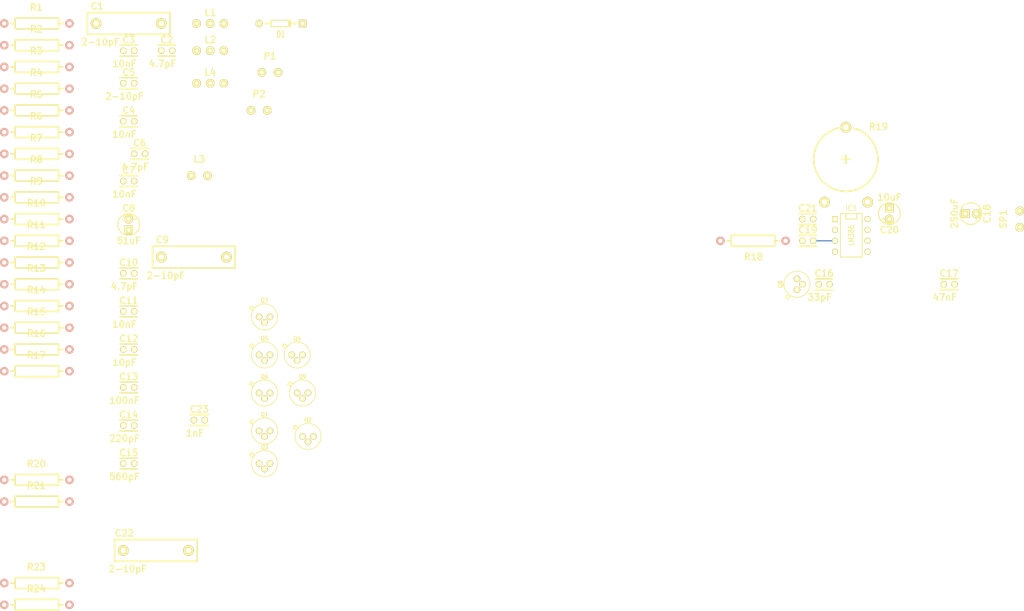
<source format=kicad_pcb>
(kicad_pcb (version 4) (host pcbnew "(2014-08-05 BZR 5054)-product")

  (general
    (links 109)
    (no_connects 108)
    (area 15.37589 11.938 261.862388 159.075628)
    (thickness 1.6)
    (drawings 0)
    (tracks 1)
    (zones 0)
    (modules 64)
    (nets 38)
  )

  (page A4)
  (layers
    (0 F.Cu signal)
    (31 B.Cu signal)
    (32 B.Adhes user)
    (33 F.Adhes user)
    (34 B.Paste user)
    (35 F.Paste user)
    (36 B.SilkS user)
    (37 F.SilkS user)
    (38 B.Mask user)
    (39 F.Mask user)
    (40 Dwgs.User user)
    (41 Cmts.User user)
    (42 Eco1.User user)
    (43 Eco2.User user)
    (44 Edge.Cuts user)
    (45 Margin user)
    (46 B.CrtYd user)
    (47 F.CrtYd user)
    (48 B.Fab user)
    (49 F.Fab user)
  )

  (setup
    (last_trace_width 0.254)
    (trace_clearance 0.254)
    (zone_clearance 0.508)
    (zone_45_only no)
    (trace_min 0.254)
    (segment_width 0.2)
    (edge_width 0.15)
    (via_size 0.889)
    (via_drill 0.635)
    (via_min_size 0.889)
    (via_min_drill 0.508)
    (uvia_size 0.508)
    (uvia_drill 0.127)
    (uvias_allowed no)
    (uvia_min_size 0.508)
    (uvia_min_drill 0.127)
    (pcb_text_width 0.3)
    (pcb_text_size 1 1)
    (mod_edge_width 0.15)
    (mod_text_size 1 1)
    (mod_text_width 0.15)
    (pad_size 1 1)
    (pad_drill 0.6)
    (pad_to_mask_clearance 0)
    (aux_axis_origin 0 0)
    (visible_elements FFFFFF7F)
    (pcbplotparams
      (layerselection 0x00030_80000001)
      (usegerberextensions false)
      (excludeedgelayer true)
      (linewidth 0.100000)
      (plotframeref false)
      (viasonmask false)
      (mode 1)
      (useauxorigin false)
      (hpglpennumber 1)
      (hpglpenspeed 20)
      (hpglpendiameter 15)
      (hpglpenoverlay 2)
      (psnegative false)
      (psa4output false)
      (plotreference true)
      (plotvalue true)
      (plotinvisibletext false)
      (padsonsilk false)
      (subtractmaskfromsilk false)
      (outputformat 1)
      (mirror false)
      (drillshape 1)
      (scaleselection 1)
      (outputdirectory ""))
  )

  (net 0 "")
  (net 1 "Net-(C3-Pad1)")
  (net 2 "Net-(C2-Pad2)")
  (net 3 VCC)
  (net 4 GND)
  (net 5 "Net-(Q3-Pad1)")
  (net 6 "Net-(Q3-Pad3)")
  (net 7 "Net-(C13-Pad1)")
  (net 8 "Net-(Q2-Pad1)")
  (net 9 "Net-(C6-Pad1)")
  (net 10 "Net-(C7-Pad2)")
  (net 11 "Net-(C22-Pad1)")
  (net 12 "Net-(Q5-Pad1)")
  (net 13 "Net-(C10-Pad2)")
  (net 14 "Net-(C11-Pad1)")
  (net 15 "Net-(Q7-Pad1)")
  (net 16 "Net-(C16-Pad1)")
  (net 17 "Net-(C15-Pad1)")
  (net 18 "Net-(C1-Pad1)")
  (net 19 "Net-(C3-Pad2)")
  (net 20 "Net-(C4-Pad1)")
  (net 21 "Net-(C5-Pad1)")
  (net 22 "Net-(C6-Pad2)")
  (net 23 "Net-(C7-Pad1)")
  (net 24 "Net-(C10-Pad1)")
  (net 25 "Net-(C11-Pad2)")
  (net 26 "Net-(C13-Pad2)")
  (net 27 "Net-(C14-Pad1)")
  (net 28 "Net-(C15-Pad2)")
  (net 29 "Net-(C17-Pad1)")
  (net 30 "Net-(C17-Pad2)")
  (net 31 "Net-(C19-Pad2)")
  (net 32 "Net-(C20-Pad1)")
  (net 33 "Net-(C20-Pad2)")
  (net 34 "Net-(C21-Pad2)")
  (net 35 "Net-(C23-Pad1)")
  (net 36 "Net-(IC1-Pad1)")
  (net 37 "Net-(C18-Pad2)")

  (net_class Default "This is the default net class."
    (clearance 0.254)
    (trace_width 0.254)
    (via_dia 0.889)
    (via_drill 0.635)
    (uvia_dia 0.508)
    (uvia_drill 0.127)
    (add_net GND)
    (add_net "Net-(C1-Pad1)")
    (add_net "Net-(C10-Pad1)")
    (add_net "Net-(C10-Pad2)")
    (add_net "Net-(C11-Pad1)")
    (add_net "Net-(C11-Pad2)")
    (add_net "Net-(C13-Pad1)")
    (add_net "Net-(C13-Pad2)")
    (add_net "Net-(C14-Pad1)")
    (add_net "Net-(C15-Pad1)")
    (add_net "Net-(C15-Pad2)")
    (add_net "Net-(C16-Pad1)")
    (add_net "Net-(C17-Pad1)")
    (add_net "Net-(C17-Pad2)")
    (add_net "Net-(C18-Pad2)")
    (add_net "Net-(C19-Pad2)")
    (add_net "Net-(C2-Pad2)")
    (add_net "Net-(C20-Pad1)")
    (add_net "Net-(C20-Pad2)")
    (add_net "Net-(C21-Pad2)")
    (add_net "Net-(C22-Pad1)")
    (add_net "Net-(C23-Pad1)")
    (add_net "Net-(C3-Pad1)")
    (add_net "Net-(C3-Pad2)")
    (add_net "Net-(C4-Pad1)")
    (add_net "Net-(C5-Pad1)")
    (add_net "Net-(C6-Pad1)")
    (add_net "Net-(C6-Pad2)")
    (add_net "Net-(C7-Pad1)")
    (add_net "Net-(C7-Pad2)")
    (add_net "Net-(IC1-Pad1)")
    (add_net "Net-(Q2-Pad1)")
    (add_net "Net-(Q3-Pad1)")
    (add_net "Net-(Q3-Pad3)")
    (add_net "Net-(Q5-Pad1)")
    (add_net "Net-(Q7-Pad1)")
    (add_net VCC)
  )

  (net_class Signal ""
    (clearance 0.254)
    (trace_width 0.635)
    (via_dia 0.889)
    (via_drill 0.635)
    (uvia_dia 0.508)
    (uvia_drill 0.127)
  )

  (module Discret:TO18EBC (layer F.Cu) (tedit 53E8BE0B) (tstamp 53E8BE1F)
    (at 77.47 113.03)
    (descr "Transistor TO18")
    (tags TO18)
    (path /53E8C891)
    (fp_text reference Q1 (at 0 -3.81) (layer F.SilkS)
      (effects (font (size 1.016 0.889) (thickness 0.2032)))
    )
    (fp_text value 2N2222 (at 0 -3.81) (layer F.SilkS) hide
      (effects (font (size 1.016 0.889) (thickness 0.2032)))
    )
    (fp_circle (center 0 0) (end -3.048 0) (layer F.SilkS) (width 0.2032))
    (fp_line (start -2.667 -1.524) (end -3.429 -2.032) (layer F.SilkS) (width 0.3048))
    (fp_line (start -3.429 -2.032) (end -3.048 -2.54) (layer F.SilkS) (width 0.3048))
    (fp_line (start -3.048 -2.54) (end -2.286 -2.032) (layer F.SilkS) (width 0.3048))
    (pad 2 thru_hole circle (at 0 1.27) (size 1.524 1.524) (drill 0.7874) (layers *.Cu *.Mask F.SilkS)
      (net 2 "Net-(C2-Pad2)"))
    (pad 3 thru_hole circle (at 1.27 0) (size 1.524 1.524) (drill 0.7874) (layers *.Cu *.Mask F.SilkS)
      (net 3 VCC))
    (pad 1 thru_hole circle (at -1.27 0) (size 1.524 1.524) (drill 0.7874) (layers *.Cu *.Mask F.SilkS)
      (net 1 "Net-(C3-Pad1)"))
    (model discret/to18.wrl
      (at (xyz 0 0 0))
      (scale (xyz 1 1 1))
      (rotate (xyz 0 0 0))
    )
  )

  (module Discret:TO18EBC (layer F.Cu) (tedit 53E8BF1F) (tstamp 53E8BF33)
    (at 86.36 104.14)
    (descr "Transistor TO18")
    (tags TO18)
    (path /53BAF0E9)
    (fp_text reference Q9 (at 0 -3.81) (layer F.SilkS)
      (effects (font (size 1.016 0.889) (thickness 0.2032)))
    )
    (fp_text value 2N2222 (at 0 -3.81) (layer F.SilkS) hide
      (effects (font (size 1.016 0.889) (thickness 0.2032)))
    )
    (fp_circle (center 0 0) (end -3.048 0) (layer F.SilkS) (width 0.2032))
    (fp_line (start -2.667 -1.524) (end -3.429 -2.032) (layer F.SilkS) (width 0.3048))
    (fp_line (start -3.429 -2.032) (end -3.048 -2.54) (layer F.SilkS) (width 0.3048))
    (fp_line (start -3.048 -2.54) (end -2.286 -2.032) (layer F.SilkS) (width 0.3048))
    (pad 2 thru_hole circle (at 0 1.27) (size 1.524 1.524) (drill 0.7874) (layers *.Cu *.Mask F.SilkS)
      (net 6 "Net-(Q3-Pad3)"))
    (pad 3 thru_hole circle (at 1.27 0) (size 1.524 1.524) (drill 0.7874) (layers *.Cu *.Mask F.SilkS)
      (net 7 "Net-(C13-Pad1)"))
    (pad 1 thru_hole circle (at -1.27 0) (size 1.524 1.524) (drill 0.7874) (layers *.Cu *.Mask F.SilkS)
      (net 4 GND))
    (model discret/to18.wrl
      (at (xyz 0 0 0))
      (scale (xyz 1 1 1))
      (rotate (xyz 0 0 0))
    )
  )

  (module Discret:TO18EBC (layer F.Cu) (tedit 53E8C0DC) (tstamp 53E8C12C)
    (at 87.63 114.3)
    (descr "Transistor TO18")
    (tags TO18)
    (path /53E8C688)
    (fp_text reference Q2 (at 0 -3.81) (layer F.SilkS)
      (effects (font (size 1.016 0.889) (thickness 0.2032)))
    )
    (fp_text value 2N2222 (at 0 -3.81) (layer F.SilkS) hide
      (effects (font (size 1.016 0.889) (thickness 0.2032)))
    )
    (fp_circle (center 0 0) (end -3.048 0) (layer F.SilkS) (width 0.2032))
    (fp_line (start -2.667 -1.524) (end -3.429 -2.032) (layer F.SilkS) (width 0.3048))
    (fp_line (start -3.429 -2.032) (end -3.048 -2.54) (layer F.SilkS) (width 0.3048))
    (fp_line (start -3.048 -2.54) (end -2.286 -2.032) (layer F.SilkS) (width 0.3048))
    (pad 2 thru_hole circle (at 0 1.27) (size 1.524 1.524) (drill 0.7874) (layers *.Cu *.Mask F.SilkS)
      (net 4 GND))
    (pad 3 thru_hole circle (at 1.27 0) (size 1.524 1.524) (drill 0.7874) (layers *.Cu *.Mask F.SilkS)
      (net 1 "Net-(C3-Pad1)"))
    (pad 1 thru_hole circle (at -1.27 0) (size 1.524 1.524) (drill 0.7874) (layers *.Cu *.Mask F.SilkS)
      (net 8 "Net-(Q2-Pad1)"))
    (model discret/to18.wrl
      (at (xyz 0 0 0))
      (scale (xyz 1 1 1))
      (rotate (xyz 0 0 0))
    )
  )

  (module Discret:TO18EBC (layer F.Cu) (tedit 53E8C0DC) (tstamp 53E8C136)
    (at 77.47 120.65)
    (descr "Transistor TO18")
    (tags TO18)
    (path /53E8CCEF)
    (fp_text reference Q3 (at 0 -3.81) (layer F.SilkS)
      (effects (font (size 1.016 0.889) (thickness 0.2032)))
    )
    (fp_text value PN3640 (at 0 -3.81) (layer F.SilkS) hide
      (effects (font (size 1.016 0.889) (thickness 0.2032)))
    )
    (fp_circle (center 0 0) (end -3.048 0) (layer F.SilkS) (width 0.2032))
    (fp_line (start -2.667 -1.524) (end -3.429 -2.032) (layer F.SilkS) (width 0.3048))
    (fp_line (start -3.429 -2.032) (end -3.048 -2.54) (layer F.SilkS) (width 0.3048))
    (fp_line (start -3.048 -2.54) (end -2.286 -2.032) (layer F.SilkS) (width 0.3048))
    (pad 2 thru_hole circle (at 0 1.27) (size 1.524 1.524) (drill 0.7874) (layers *.Cu *.Mask F.SilkS)
      (net 1 "Net-(C3-Pad1)"))
    (pad 3 thru_hole circle (at 1.27 0) (size 1.524 1.524) (drill 0.7874) (layers *.Cu *.Mask F.SilkS)
      (net 6 "Net-(Q3-Pad3)"))
    (pad 1 thru_hole circle (at -1.27 0) (size 1.524 1.524) (drill 0.7874) (layers *.Cu *.Mask F.SilkS)
      (net 5 "Net-(Q3-Pad1)"))
    (model discret/to18.wrl
      (at (xyz 0 0 0))
      (scale (xyz 1 1 1))
      (rotate (xyz 0 0 0))
    )
  )

  (module Discret:TO18EBC (layer F.Cu) (tedit 53E8C0DC) (tstamp 53E8C14A)
    (at 85.09 95.25)
    (descr "Transistor TO18")
    (tags TO18)
    (path /53BAFBFE)
    (fp_text reference Q4 (at 0 -3.81) (layer F.SilkS)
      (effects (font (size 1.016 0.889) (thickness 0.2032)))
    )
    (fp_text value 2N2222 (at 0 -3.81) (layer F.SilkS) hide
      (effects (font (size 1.016 0.889) (thickness 0.2032)))
    )
    (fp_circle (center 0 0) (end -3.048 0) (layer F.SilkS) (width 0.2032))
    (fp_line (start -2.667 -1.524) (end -3.429 -2.032) (layer F.SilkS) (width 0.3048))
    (fp_line (start -3.429 -2.032) (end -3.048 -2.54) (layer F.SilkS) (width 0.3048))
    (fp_line (start -3.048 -2.54) (end -2.286 -2.032) (layer F.SilkS) (width 0.3048))
    (pad 2 thru_hole circle (at 0 1.27) (size 1.524 1.524) (drill 0.7874) (layers *.Cu *.Mask F.SilkS)
      (net 9 "Net-(C6-Pad1)"))
    (pad 3 thru_hole circle (at 1.27 0) (size 1.524 1.524) (drill 0.7874) (layers *.Cu *.Mask F.SilkS)
      (net 3 VCC))
    (pad 1 thru_hole circle (at -1.27 0) (size 1.524 1.524) (drill 0.7874) (layers *.Cu *.Mask F.SilkS)
      (net 10 "Net-(C7-Pad2)"))
    (model discret/to18.wrl
      (at (xyz 0 0 0))
      (scale (xyz 1 1 1))
      (rotate (xyz 0 0 0))
    )
  )

  (module Discret:TO18EBC (layer F.Cu) (tedit 53E8C0DC) (tstamp 53E8C155)
    (at 77.47 95.25)
    (descr "Transistor TO18")
    (tags TO18)
    (path /53BAFA03)
    (fp_text reference Q5 (at 0 -3.81) (layer F.SilkS)
      (effects (font (size 1.016 0.889) (thickness 0.2032)))
    )
    (fp_text value PN3640 (at 0 -3.81) (layer F.SilkS) hide
      (effects (font (size 1.016 0.889) (thickness 0.2032)))
    )
    (fp_circle (center 0 0) (end -3.048 0) (layer F.SilkS) (width 0.2032))
    (fp_line (start -2.667 -1.524) (end -3.429 -2.032) (layer F.SilkS) (width 0.3048))
    (fp_line (start -3.429 -2.032) (end -3.048 -2.54) (layer F.SilkS) (width 0.3048))
    (fp_line (start -3.048 -2.54) (end -2.286 -2.032) (layer F.SilkS) (width 0.3048))
    (pad 2 thru_hole circle (at 0 1.27) (size 1.524 1.524) (drill 0.7874) (layers *.Cu *.Mask F.SilkS)
      (net 10 "Net-(C7-Pad2)"))
    (pad 3 thru_hole circle (at 1.27 0) (size 1.524 1.524) (drill 0.7874) (layers *.Cu *.Mask F.SilkS)
      (net 11 "Net-(C22-Pad1)"))
    (pad 1 thru_hole circle (at -1.27 0) (size 1.524 1.524) (drill 0.7874) (layers *.Cu *.Mask F.SilkS)
      (net 12 "Net-(Q5-Pad1)"))
    (model discret/to18.wrl
      (at (xyz 0 0 0))
      (scale (xyz 1 1 1))
      (rotate (xyz 0 0 0))
    )
  )

  (module Discret:TO18EBC (layer F.Cu) (tedit 53E8C0DC) (tstamp 53E8C160)
    (at 77.47 104.14)
    (descr "Transistor TO18")
    (tags TO18)
    (path /53BAF649)
    (fp_text reference Q6 (at 0 -3.81) (layer F.SilkS)
      (effects (font (size 1.016 0.889) (thickness 0.2032)))
    )
    (fp_text value 2N2222 (at 0 -3.81) (layer F.SilkS) hide
      (effects (font (size 1.016 0.889) (thickness 0.2032)))
    )
    (fp_circle (center 0 0) (end -3.048 0) (layer F.SilkS) (width 0.2032))
    (fp_line (start -2.667 -1.524) (end -3.429 -2.032) (layer F.SilkS) (width 0.3048))
    (fp_line (start -3.429 -2.032) (end -3.048 -2.54) (layer F.SilkS) (width 0.3048))
    (fp_line (start -3.048 -2.54) (end -2.286 -2.032) (layer F.SilkS) (width 0.3048))
    (pad 2 thru_hole circle (at 0 1.27) (size 1.524 1.524) (drill 0.7874) (layers *.Cu *.Mask F.SilkS)
      (net 13 "Net-(C10-Pad2)"))
    (pad 3 thru_hole circle (at 1.27 0) (size 1.524 1.524) (drill 0.7874) (layers *.Cu *.Mask F.SilkS)
      (net 3 VCC))
    (pad 1 thru_hole circle (at -1.27 0) (size 1.524 1.524) (drill 0.7874) (layers *.Cu *.Mask F.SilkS)
      (net 14 "Net-(C11-Pad1)"))
    (model discret/to18.wrl
      (at (xyz 0 0 0))
      (scale (xyz 1 1 1))
      (rotate (xyz 0 0 0))
    )
  )

  (module Discret:TO18EBC (layer F.Cu) (tedit 53E8C0DC) (tstamp 53E8C16B)
    (at 77.47 86.36)
    (descr "Transistor TO18")
    (tags TO18)
    (path /53BAF764)
    (fp_text reference Q7 (at 0 -3.81) (layer F.SilkS)
      (effects (font (size 1.016 0.889) (thickness 0.2032)))
    )
    (fp_text value PN3640 (at 0 -3.81) (layer F.SilkS) hide
      (effects (font (size 1.016 0.889) (thickness 0.2032)))
    )
    (fp_circle (center 0 0) (end -3.048 0) (layer F.SilkS) (width 0.2032))
    (fp_line (start -2.667 -1.524) (end -3.429 -2.032) (layer F.SilkS) (width 0.3048))
    (fp_line (start -3.429 -2.032) (end -3.048 -2.54) (layer F.SilkS) (width 0.3048))
    (fp_line (start -3.048 -2.54) (end -2.286 -2.032) (layer F.SilkS) (width 0.3048))
    (pad 2 thru_hole circle (at 0 1.27) (size 1.524 1.524) (drill 0.7874) (layers *.Cu *.Mask F.SilkS)
      (net 14 "Net-(C11-Pad1)"))
    (pad 3 thru_hole circle (at 1.27 0) (size 1.524 1.524) (drill 0.7874) (layers *.Cu *.Mask F.SilkS)
      (net 6 "Net-(Q3-Pad3)"))
    (pad 1 thru_hole circle (at -1.27 0) (size 1.524 1.524) (drill 0.7874) (layers *.Cu *.Mask F.SilkS)
      (net 15 "Net-(Q7-Pad1)"))
    (model discret/to18.wrl
      (at (xyz 0 0 0))
      (scale (xyz 1 1 1))
      (rotate (xyz 0 0 0))
    )
  )

  (module Discret:TO18EBC (layer F.Cu) (tedit 53E8C0DC) (tstamp 53E8C176)
    (at 201.93 78.74 90)
    (descr "Transistor TO18")
    (tags TO18)
    (path /53BB016C)
    (fp_text reference Q8 (at 0 -3.81 90) (layer F.SilkS)
      (effects (font (size 1.016 0.889) (thickness 0.2032)))
    )
    (fp_text value PN5089 (at 0 -3.81 90) (layer F.SilkS) hide
      (effects (font (size 1.016 0.889) (thickness 0.2032)))
    )
    (fp_circle (center 0 0) (end -3.048 0) (layer F.SilkS) (width 0.2032))
    (fp_line (start -2.667 -1.524) (end -3.429 -2.032) (layer F.SilkS) (width 0.3048))
    (fp_line (start -3.429 -2.032) (end -3.048 -2.54) (layer F.SilkS) (width 0.3048))
    (fp_line (start -3.048 -2.54) (end -2.286 -2.032) (layer F.SilkS) (width 0.3048))
    (pad 2 thru_hole circle (at 0 1.27 90) (size 1.524 1.524) (drill 0.7874) (layers *.Cu *.Mask F.SilkS)
      (net 16 "Net-(C16-Pad1)"))
    (pad 3 thru_hole circle (at 1.27 0 90) (size 1.524 1.524) (drill 0.7874) (layers *.Cu *.Mask F.SilkS)
      (net 3 VCC))
    (pad 1 thru_hole circle (at -1.27 0 90) (size 1.524 1.524) (drill 0.7874) (layers *.Cu *.Mask F.SilkS)
      (net 17 "Net-(C15-Pad1)"))
    (model discret/to18.wrl
      (at (xyz 0 0 0))
      (scale (xyz 1 1 1))
      (rotate (xyz 0 0 0))
    )
  )

  (module Capacitors_ThroughHole:Capacitor4x3RM2.5 (layer F.Cu) (tedit 53E8C4EA) (tstamp 53E8C616)
    (at 53.34 24.13)
    (descr "Capacitor 4mm x 2,5mm RM 2,5mm")
    (tags "Capacitor Kondensator")
    (path /53BAE75B)
    (fp_text reference C2 (at 1.27 -2.54) (layer F.SilkS)
      (effects (font (thickness 0.3048)))
    )
    (fp_text value 4.7pF (at 0.254 3.048) (layer F.SilkS)
      (effects (font (thickness 0.3048)))
    )
    (fp_line (start 3.302 -1.27) (end -0.762 -1.27) (layer F.SilkS) (width 0.381))
    (fp_line (start -0.762 1.27) (end 3.302 1.27) (layer F.SilkS) (width 0.381))
    (pad 1 thru_hole circle (at 0 0) (size 1.50114 1.50114) (drill 0.8001) (layers *.Cu *.Mask F.SilkS)
      (net 18 "Net-(C1-Pad1)"))
    (pad 2 thru_hole circle (at 2.54 0) (size 1.50114 1.50114) (drill 0.8001) (layers *.Cu *.Mask F.SilkS)
      (net 2 "Net-(C2-Pad2)"))
  )

  (module Capacitors_ThroughHole:Capacitor4x3RM2.5 (layer F.Cu) (tedit 53E8C4EA) (tstamp 53E8C61E)
    (at 44.45 24.13)
    (descr "Capacitor 4mm x 2,5mm RM 2,5mm")
    (tags "Capacitor Kondensator")
    (path /53BAEA21)
    (fp_text reference C3 (at 1.27 -2.54) (layer F.SilkS)
      (effects (font (thickness 0.3048)))
    )
    (fp_text value 10nF (at 0.254 3.048) (layer F.SilkS)
      (effects (font (thickness 0.3048)))
    )
    (fp_line (start 3.302 -1.27) (end -0.762 -1.27) (layer F.SilkS) (width 0.381))
    (fp_line (start -0.762 1.27) (end 3.302 1.27) (layer F.SilkS) (width 0.381))
    (pad 1 thru_hole circle (at 0 0) (size 1.50114 1.50114) (drill 0.8001) (layers *.Cu *.Mask F.SilkS)
      (net 1 "Net-(C3-Pad1)"))
    (pad 2 thru_hole circle (at 2.54 0) (size 1.50114 1.50114) (drill 0.8001) (layers *.Cu *.Mask F.SilkS)
      (net 19 "Net-(C3-Pad2)"))
  )

  (module Capacitors_ThroughHole:Capacitor4x3RM2.5 (layer F.Cu) (tedit 53E8C4EA) (tstamp 53E8C626)
    (at 44.45 40.64)
    (descr "Capacitor 4mm x 2,5mm RM 2,5mm")
    (tags "Capacitor Kondensator")
    (path /53BAF88E)
    (fp_text reference C4 (at 1.27 -2.54) (layer F.SilkS)
      (effects (font (thickness 0.3048)))
    )
    (fp_text value 10nF (at 0.254 3.048) (layer F.SilkS)
      (effects (font (thickness 0.3048)))
    )
    (fp_line (start 3.302 -1.27) (end -0.762 -1.27) (layer F.SilkS) (width 0.381))
    (fp_line (start -0.762 1.27) (end 3.302 1.27) (layer F.SilkS) (width 0.381))
    (pad 1 thru_hole circle (at 0 0) (size 1.50114 1.50114) (drill 0.8001) (layers *.Cu *.Mask F.SilkS)
      (net 20 "Net-(C4-Pad1)"))
    (pad 2 thru_hole circle (at 2.54 0) (size 1.50114 1.50114) (drill 0.8001) (layers *.Cu *.Mask F.SilkS)
      (net 4 GND))
  )

  (module Capacitors_ThroughHole:Capacitor4x3RM2.5 (layer F.Cu) (tedit 53E8C4EA) (tstamp 53E8C62E)
    (at 44.45 31.75)
    (descr "Capacitor 4mm x 2,5mm RM 2,5mm")
    (tags "Capacitor Kondensator")
    (path /53BAFE26)
    (fp_text reference C5 (at 1.27 -2.54) (layer F.SilkS)
      (effects (font (thickness 0.3048)))
    )
    (fp_text value 2-10pF (at 0.254 3.048) (layer F.SilkS)
      (effects (font (thickness 0.3048)))
    )
    (fp_line (start 3.302 -1.27) (end -0.762 -1.27) (layer F.SilkS) (width 0.381))
    (fp_line (start -0.762 1.27) (end 3.302 1.27) (layer F.SilkS) (width 0.381))
    (pad 1 thru_hole circle (at 0 0) (size 1.50114 1.50114) (drill 0.8001) (layers *.Cu *.Mask F.SilkS)
      (net 21 "Net-(C5-Pad1)"))
    (pad 2 thru_hole circle (at 2.54 0) (size 1.50114 1.50114) (drill 0.8001) (layers *.Cu *.Mask F.SilkS)
      (net 4 GND))
  )

  (module Capacitors_ThroughHole:Capacitor4x3RM2.5 (layer F.Cu) (tedit 53E8C4EA) (tstamp 53E8C636)
    (at 46.99 48.26)
    (descr "Capacitor 4mm x 2,5mm RM 2,5mm")
    (tags "Capacitor Kondensator")
    (path /53BAFCFD)
    (fp_text reference C6 (at 1.27 -2.54) (layer F.SilkS)
      (effects (font (thickness 0.3048)))
    )
    (fp_text value 4.7pF (at 0.254 3.048) (layer F.SilkS)
      (effects (font (thickness 0.3048)))
    )
    (fp_line (start 3.302 -1.27) (end -0.762 -1.27) (layer F.SilkS) (width 0.381))
    (fp_line (start -0.762 1.27) (end 3.302 1.27) (layer F.SilkS) (width 0.381))
    (pad 1 thru_hole circle (at 0 0) (size 1.50114 1.50114) (drill 0.8001) (layers *.Cu *.Mask F.SilkS)
      (net 9 "Net-(C6-Pad1)"))
    (pad 2 thru_hole circle (at 2.54 0) (size 1.50114 1.50114) (drill 0.8001) (layers *.Cu *.Mask F.SilkS)
      (net 22 "Net-(C6-Pad2)"))
  )

  (module Capacitors_ThroughHole:Capacitor4x3RM2.5 (layer F.Cu) (tedit 53E8C4EA) (tstamp 53E8C63E)
    (at 44.45 54.61)
    (descr "Capacitor 4mm x 2,5mm RM 2,5mm")
    (tags "Capacitor Kondensator")
    (path /53BAFD75)
    (fp_text reference C7 (at 1.27 -2.54) (layer F.SilkS)
      (effects (font (thickness 0.3048)))
    )
    (fp_text value 10nF (at 0.254 3.048) (layer F.SilkS)
      (effects (font (thickness 0.3048)))
    )
    (fp_line (start 3.302 -1.27) (end -0.762 -1.27) (layer F.SilkS) (width 0.381))
    (fp_line (start -0.762 1.27) (end 3.302 1.27) (layer F.SilkS) (width 0.381))
    (pad 1 thru_hole circle (at 0 0) (size 1.50114 1.50114) (drill 0.8001) (layers *.Cu *.Mask F.SilkS)
      (net 23 "Net-(C7-Pad1)"))
    (pad 2 thru_hole circle (at 2.54 0) (size 1.50114 1.50114) (drill 0.8001) (layers *.Cu *.Mask F.SilkS)
      (net 10 "Net-(C7-Pad2)"))
  )

  (module Capacitors_ThroughHole:Capacitor4x3RM2.5 (layer F.Cu) (tedit 53E8C4EA) (tstamp 53E8C646)
    (at 44.45 76.2)
    (descr "Capacitor 4mm x 2,5mm RM 2,5mm")
    (tags "Capacitor Kondensator")
    (path /53BAF525)
    (fp_text reference C10 (at 1.27 -2.54) (layer F.SilkS)
      (effects (font (thickness 0.3048)))
    )
    (fp_text value 4.7pF (at 0.254 3.048) (layer F.SilkS)
      (effects (font (thickness 0.3048)))
    )
    (fp_line (start 3.302 -1.27) (end -0.762 -1.27) (layer F.SilkS) (width 0.381))
    (fp_line (start -0.762 1.27) (end 3.302 1.27) (layer F.SilkS) (width 0.381))
    (pad 1 thru_hole circle (at 0 0) (size 1.50114 1.50114) (drill 0.8001) (layers *.Cu *.Mask F.SilkS)
      (net 24 "Net-(C10-Pad1)"))
    (pad 2 thru_hole circle (at 2.54 0) (size 1.50114 1.50114) (drill 0.8001) (layers *.Cu *.Mask F.SilkS)
      (net 13 "Net-(C10-Pad2)"))
  )

  (module Capacitors_ThroughHole:Capacitor4x3RM2.5 (layer F.Cu) (tedit 53E8C4EA) (tstamp 53E8C64E)
    (at 44.45 85.09)
    (descr "Capacitor 4mm x 2,5mm RM 2,5mm")
    (tags "Capacitor Kondensator")
    (path /53BAF6E6)
    (fp_text reference C11 (at 1.27 -2.54) (layer F.SilkS)
      (effects (font (thickness 0.3048)))
    )
    (fp_text value 10nF (at 0.254 3.048) (layer F.SilkS)
      (effects (font (thickness 0.3048)))
    )
    (fp_line (start 3.302 -1.27) (end -0.762 -1.27) (layer F.SilkS) (width 0.381))
    (fp_line (start -0.762 1.27) (end 3.302 1.27) (layer F.SilkS) (width 0.381))
    (pad 1 thru_hole circle (at 0 0) (size 1.50114 1.50114) (drill 0.8001) (layers *.Cu *.Mask F.SilkS)
      (net 14 "Net-(C11-Pad1)"))
    (pad 2 thru_hole circle (at 2.54 0) (size 1.50114 1.50114) (drill 0.8001) (layers *.Cu *.Mask F.SilkS)
      (net 25 "Net-(C11-Pad2)"))
  )

  (module Capacitors_ThroughHole:Capacitor4x3RM2.5 (layer F.Cu) (tedit 53E8C4EA) (tstamp 53E8C656)
    (at 44.45 93.98)
    (descr "Capacitor 4mm x 2,5mm RM 2,5mm")
    (tags "Capacitor Kondensator")
    (path /53BAF456)
    (fp_text reference C12 (at 1.27 -2.54) (layer F.SilkS)
      (effects (font (thickness 0.3048)))
    )
    (fp_text value 10pF (at 0.254 3.048) (layer F.SilkS)
      (effects (font (thickness 0.3048)))
    )
    (fp_line (start 3.302 -1.27) (end -0.762 -1.27) (layer F.SilkS) (width 0.381))
    (fp_line (start -0.762 1.27) (end 3.302 1.27) (layer F.SilkS) (width 0.381))
    (pad 1 thru_hole circle (at 0 0) (size 1.50114 1.50114) (drill 0.8001) (layers *.Cu *.Mask F.SilkS)
      (net 24 "Net-(C10-Pad1)"))
    (pad 2 thru_hole circle (at 2.54 0) (size 1.50114 1.50114) (drill 0.8001) (layers *.Cu *.Mask F.SilkS)
      (net 4 GND))
  )

  (module Capacitors_ThroughHole:Capacitor4x3RM2.5 (layer F.Cu) (tedit 53E8C4EA) (tstamp 53E8C65E)
    (at 44.45 102.87)
    (descr "Capacitor 4mm x 2,5mm RM 2,5mm")
    (tags "Capacitor Kondensator")
    (path /53BAFEEE)
    (fp_text reference C13 (at 1.27 -2.54) (layer F.SilkS)
      (effects (font (thickness 0.3048)))
    )
    (fp_text value 100nF (at 0.254 3.048) (layer F.SilkS)
      (effects (font (thickness 0.3048)))
    )
    (fp_line (start 3.302 -1.27) (end -0.762 -1.27) (layer F.SilkS) (width 0.381))
    (fp_line (start -0.762 1.27) (end 3.302 1.27) (layer F.SilkS) (width 0.381))
    (pad 1 thru_hole circle (at 0 0) (size 1.50114 1.50114) (drill 0.8001) (layers *.Cu *.Mask F.SilkS)
      (net 7 "Net-(C13-Pad1)"))
    (pad 2 thru_hole circle (at 2.54 0) (size 1.50114 1.50114) (drill 0.8001) (layers *.Cu *.Mask F.SilkS)
      (net 26 "Net-(C13-Pad2)"))
  )

  (module Capacitors_ThroughHole:Capacitor4x3RM2.5 (layer F.Cu) (tedit 53E8C4EA) (tstamp 53E8C666)
    (at 44.45 111.76)
    (descr "Capacitor 4mm x 2,5mm RM 2,5mm")
    (tags "Capacitor Kondensator")
    (path /53BB004B)
    (fp_text reference C14 (at 1.27 -2.54) (layer F.SilkS)
      (effects (font (thickness 0.3048)))
    )
    (fp_text value 220pF (at 0.254 3.048) (layer F.SilkS)
      (effects (font (thickness 0.3048)))
    )
    (fp_line (start 3.302 -1.27) (end -0.762 -1.27) (layer F.SilkS) (width 0.381))
    (fp_line (start -0.762 1.27) (end 3.302 1.27) (layer F.SilkS) (width 0.381))
    (pad 1 thru_hole circle (at 0 0) (size 1.50114 1.50114) (drill 0.8001) (layers *.Cu *.Mask F.SilkS)
      (net 27 "Net-(C14-Pad1)"))
    (pad 2 thru_hole circle (at 2.54 0) (size 1.50114 1.50114) (drill 0.8001) (layers *.Cu *.Mask F.SilkS)
      (net 4 GND))
  )

  (module Capacitors_ThroughHole:Capacitor4x3RM2.5 (layer F.Cu) (tedit 53E8C4EA) (tstamp 53E8C66E)
    (at 44.45 120.65)
    (descr "Capacitor 4mm x 2,5mm RM 2,5mm")
    (tags "Capacitor Kondensator")
    (path /53BB058A)
    (fp_text reference C15 (at 1.27 -2.54) (layer F.SilkS)
      (effects (font (thickness 0.3048)))
    )
    (fp_text value 560pF (at 0.254 3.048) (layer F.SilkS)
      (effects (font (thickness 0.3048)))
    )
    (fp_line (start 3.302 -1.27) (end -0.762 -1.27) (layer F.SilkS) (width 0.381))
    (fp_line (start -0.762 1.27) (end 3.302 1.27) (layer F.SilkS) (width 0.381))
    (pad 1 thru_hole circle (at 0 0) (size 1.50114 1.50114) (drill 0.8001) (layers *.Cu *.Mask F.SilkS)
      (net 17 "Net-(C15-Pad1)"))
    (pad 2 thru_hole circle (at 2.54 0) (size 1.50114 1.50114) (drill 0.8001) (layers *.Cu *.Mask F.SilkS)
      (net 28 "Net-(C15-Pad2)"))
  )

  (module Capacitors_ThroughHole:Capacitor4x3RM2.5 (layer F.Cu) (tedit 53E8C4EA) (tstamp 53E8C676)
    (at 207.01 78.74)
    (descr "Capacitor 4mm x 2,5mm RM 2,5mm")
    (tags "Capacitor Kondensator")
    (path /53BB00BF)
    (fp_text reference C16 (at 1.27 -2.54) (layer F.SilkS)
      (effects (font (thickness 0.3048)))
    )
    (fp_text value 33pF (at 0.254 3.048) (layer F.SilkS)
      (effects (font (thickness 0.3048)))
    )
    (fp_line (start 3.302 -1.27) (end -0.762 -1.27) (layer F.SilkS) (width 0.381))
    (fp_line (start -0.762 1.27) (end 3.302 1.27) (layer F.SilkS) (width 0.381))
    (pad 1 thru_hole circle (at 0 0) (size 1.50114 1.50114) (drill 0.8001) (layers *.Cu *.Mask F.SilkS)
      (net 16 "Net-(C16-Pad1)"))
    (pad 2 thru_hole circle (at 2.54 0) (size 1.50114 1.50114) (drill 0.8001) (layers *.Cu *.Mask F.SilkS)
      (net 4 GND))
  )

  (module Capacitors_ThroughHole:Capacitor4x3RM2.5 (layer F.Cu) (tedit 53E8C4EA) (tstamp 53E8C67E)
    (at 236.22 78.74)
    (descr "Capacitor 4mm x 2,5mm RM 2,5mm")
    (tags "Capacitor Kondensator")
    (path /53BB07B8)
    (fp_text reference C17 (at 1.27 -2.54) (layer F.SilkS)
      (effects (font (thickness 0.3048)))
    )
    (fp_text value 47nF (at 0.254 3.048) (layer F.SilkS)
      (effects (font (thickness 0.3048)))
    )
    (fp_line (start 3.302 -1.27) (end -0.762 -1.27) (layer F.SilkS) (width 0.381))
    (fp_line (start -0.762 1.27) (end 3.302 1.27) (layer F.SilkS) (width 0.381))
    (pad 1 thru_hole circle (at 0 0) (size 1.50114 1.50114) (drill 0.8001) (layers *.Cu *.Mask F.SilkS)
      (net 29 "Net-(C17-Pad1)"))
    (pad 2 thru_hole circle (at 2.54 0) (size 1.50114 1.50114) (drill 0.8001) (layers *.Cu *.Mask F.SilkS)
      (net 30 "Net-(C17-Pad2)"))
  )

  (module Capacitors_ThroughHole:Capacitor4x3RM2.5 (layer F.Cu) (tedit 53E8D02A) (tstamp 53E8C686)
    (at 203.2 68.58)
    (descr "Capacitor 4mm x 2,5mm RM 2,5mm")
    (tags "Capacitor Kondensator")
    (path /53BB061A)
    (fp_text reference C19 (at 1.27 -2.54) (layer F.SilkS)
      (effects (font (thickness 0.3048)))
    )
    (fp_text value 100nF (at 0.254 3.048) (layer F.SilkS) hide
      (effects (font (thickness 0.3048)))
    )
    (fp_line (start 3.302 -1.27) (end -0.762 -1.27) (layer F.SilkS) (width 0.381))
    (fp_line (start -0.762 1.27) (end 3.302 1.27) (layer F.SilkS) (width 0.381))
    (pad 1 thru_hole circle (at 0 0) (size 1.50114 1.50114) (drill 0.8001) (layers *.Cu *.Mask F.SilkS)
      (net 17 "Net-(C15-Pad1)"))
    (pad 2 thru_hole circle (at 2.54 0) (size 1.50114 1.50114) (drill 0.8001) (layers *.Cu *.Mask F.SilkS)
      (net 31 "Net-(C19-Pad2)"))
  )

  (module Capacitors_ThroughHole:Capacitor4x3RM2.5 (layer F.Cu) (tedit 53E8D021) (tstamp 53E8C696)
    (at 203.2 63.5)
    (descr "Capacitor 4mm x 2,5mm RM 2,5mm")
    (tags "Capacitor Kondensator")
    (path /53BB0653)
    (fp_text reference C21 (at 1.27 -2.54) (layer F.SilkS)
      (effects (font (thickness 0.3048)))
    )
    (fp_text value 100nF (at 0.254 3.048) (layer F.SilkS) hide
      (effects (font (thickness 0.3048)))
    )
    (fp_line (start 3.302 -1.27) (end -0.762 -1.27) (layer F.SilkS) (width 0.381))
    (fp_line (start -0.762 1.27) (end 3.302 1.27) (layer F.SilkS) (width 0.381))
    (pad 1 thru_hole circle (at 0 0) (size 1.50114 1.50114) (drill 0.8001) (layers *.Cu *.Mask F.SilkS)
      (net 4 GND))
    (pad 2 thru_hole circle (at 2.54 0) (size 1.50114 1.50114) (drill 0.8001) (layers *.Cu *.Mask F.SilkS)
      (net 34 "Net-(C21-Pad2)"))
  )

  (module Capacitors_ThroughHole:Capacitor4x3RM2.5 (layer F.Cu) (tedit 53E8C4EA) (tstamp 53E8C69E)
    (at 60.96 110.49)
    (descr "Capacitor 4mm x 2,5mm RM 2,5mm")
    (tags "Capacitor Kondensator")
    (path /53BAFABB)
    (fp_text reference C23 (at 1.27 -2.54) (layer F.SilkS)
      (effects (font (thickness 0.3048)))
    )
    (fp_text value 1nF (at 0.254 3.048) (layer F.SilkS)
      (effects (font (thickness 0.3048)))
    )
    (fp_line (start 3.302 -1.27) (end -0.762 -1.27) (layer F.SilkS) (width 0.381))
    (fp_line (start -0.762 1.27) (end 3.302 1.27) (layer F.SilkS) (width 0.381))
    (pad 1 thru_hole circle (at 0 0) (size 1.50114 1.50114) (drill 0.8001) (layers *.Cu *.Mask F.SilkS)
      (net 35 "Net-(C23-Pad1)"))
    (pad 2 thru_hole circle (at 2.54 0) (size 1.50114 1.50114) (drill 0.8001) (layers *.Cu *.Mask F.SilkS)
      (net 3 VCC))
  )

  (module Diodes_ThroughHole:Diode_DO-35_SOD27_Horizontal_RM10 (layer F.Cu) (tedit 53E8C4EA) (tstamp 53E8C6AD)
    (at 81.28 17.78)
    (descr "Diode, DO-35,  SOD27, Horizontal, RM 10mm")
    (tags "Diode, DO-35, SOD27, Horizontal, RM 10mm, 1N4148,")
    (path /53BAF8EF)
    (fp_text reference D1 (at 0 2.54) (layer F.SilkS)
      (effects (font (size 1.524 1.016) (thickness 0.254)))
    )
    (fp_text value BAT54 (at -1.016 -3.556) (layer F.SilkS) hide
      (effects (font (size 1.524 1.016) (thickness 0.254)))
    )
    (fp_line (start -2.286 0) (end -3.683 0) (layer F.SilkS) (width 0.381))
    (fp_line (start 2.159 0) (end 3.683 0) (layer F.SilkS) (width 0.381))
    (fp_line (start 1.778 -0.762) (end 1.778 0.762) (layer F.SilkS) (width 0.254))
    (fp_line (start 2.032 -0.762) (end 2.032 0.762) (layer F.SilkS) (width 0.254))
    (fp_line (start 2.286 0) (end 2.286 0.762) (layer F.SilkS) (width 0.254))
    (fp_line (start 2.286 0.762) (end -2.286 0.762) (layer F.SilkS) (width 0.254))
    (fp_line (start -2.286 0.762) (end -2.286 -0.762) (layer F.SilkS) (width 0.254))
    (fp_line (start -2.286 -0.762) (end 2.286 -0.762) (layer F.SilkS) (width 0.254))
    (fp_line (start 2.286 -0.762) (end 2.286 0) (layer F.SilkS) (width 0.254))
    (pad 1 thru_hole circle (at -5.08 0) (size 1.69926 1.69926) (drill 0.70104) (layers *.Cu *.Mask F.SilkS)
      (net 20 "Net-(C4-Pad1)"))
    (pad 2 thru_hole rect (at 5.08 0) (size 1.69926 1.69926) (drill 0.70104) (layers *.Cu *.Mask F.SilkS)
      (net 11 "Net-(C22-Pad1)"))
    (model discret/diode.wrl
      (at (xyz 0 0 0))
      (scale (xyz 0.4000000059604645 0.4000000059604645 0.4000000059604645))
      (rotate (xyz 0 0 0))
    )
  )

  (module Sockets_DIP:DIP-8__300 (layer F.Cu) (tedit 53E8C4EA) (tstamp 53E8CE32)
    (at 214.63 67.31 270)
    (descr "8 pins DIL package, round pads")
    (tags DIL)
    (path /53BAE74A)
    (fp_text reference IC1 (at -6.35 0 360) (layer F.SilkS)
      (effects (font (size 1.27 1.143) (thickness 0.2032)))
    )
    (fp_text value LM386 (at 0 0 270) (layer F.SilkS)
      (effects (font (size 1.27 1.016) (thickness 0.2032)))
    )
    (fp_line (start -5.08 -1.27) (end -3.81 -1.27) (layer F.SilkS) (width 0.254))
    (fp_line (start -3.81 -1.27) (end -3.81 1.27) (layer F.SilkS) (width 0.254))
    (fp_line (start -3.81 1.27) (end -5.08 1.27) (layer F.SilkS) (width 0.254))
    (fp_line (start -5.08 -2.54) (end 5.08 -2.54) (layer F.SilkS) (width 0.254))
    (fp_line (start 5.08 -2.54) (end 5.08 2.54) (layer F.SilkS) (width 0.254))
    (fp_line (start 5.08 2.54) (end -5.08 2.54) (layer F.SilkS) (width 0.254))
    (fp_line (start -5.08 2.54) (end -5.08 -2.54) (layer F.SilkS) (width 0.254))
    (pad 1 thru_hole rect (at -3.81 3.81 270) (size 1.397 1.397) (drill 0.8128) (layers *.Cu *.Mask F.SilkS)
      (net 36 "Net-(IC1-Pad1)"))
    (pad 2 thru_hole circle (at -1.27 3.81 270) (size 1.397 1.397) (drill 0.8128) (layers *.Cu *.Mask F.SilkS)
      (net 34 "Net-(C21-Pad2)"))
    (pad 3 thru_hole circle (at 1.27 3.81 270) (size 1.397 1.397) (drill 0.8128) (layers *.Cu *.Mask F.SilkS)
      (net 31 "Net-(C19-Pad2)"))
    (pad 4 thru_hole circle (at 3.81 3.81 270) (size 1.397 1.397) (drill 0.8128) (layers *.Cu *.Mask F.SilkS)
      (net 4 GND))
    (pad 5 thru_hole circle (at 3.81 -3.81 270) (size 1.397 1.397) (drill 0.8128) (layers *.Cu *.Mask F.SilkS)
      (net 29 "Net-(C17-Pad1)"))
    (pad 6 thru_hole circle (at 1.27 -3.81 270) (size 1.397 1.397) (drill 0.8128) (layers *.Cu *.Mask F.SilkS)
      (net 3 VCC))
    (pad 7 thru_hole circle (at -1.27 -3.81 270) (size 1.397 1.397) (drill 0.8128) (layers *.Cu *.Mask F.SilkS))
    (pad 8 thru_hole circle (at -3.81 -3.81 270) (size 1.397 1.397) (drill 0.8128) (layers *.Cu *.Mask F.SilkS)
      (net 33 "Net-(C20-Pad2)"))
    (model dil/dil_8.wrl
      (at (xyz 0 0 0))
      (scale (xyz 1 1 1))
      (rotate (xyz 0 0 0))
    )
  )

  (module Wire_Pads:SolderWirePad_3x_0-8mmDrill (layer F.Cu) (tedit 53E8C4EA) (tstamp 53E8C6C7)
    (at 64.77 17.78)
    (path /53BB0E9A)
    (fp_text reference L1 (at 0 -2.54) (layer F.SilkS)
      (effects (font (thickness 0.3048)))
    )
    (fp_text value 31.6uH (at 0 2.54) (layer F.SilkS) hide
      (effects (font (size 1.50114 1.50114) (thickness 0.20066)))
    )
    (pad 1 thru_hole circle (at -3.175 0) (size 1.99898 1.99898) (drill 0.8001) (layers *.Cu *.Mask F.SilkS)
      (net 18 "Net-(C1-Pad1)"))
    (pad 1 thru_hole circle (at 0 0) (size 1.99898 1.99898) (drill 0.8001) (layers *.Cu *.Mask F.SilkS)
      (net 18 "Net-(C1-Pad1)"))
    (pad 1 thru_hole circle (at 3.175 0) (size 1.99898 1.99898) (drill 0.8001) (layers *.Cu *.Mask F.SilkS)
      (net 18 "Net-(C1-Pad1)"))
  )

  (module Wire_Pads:SolderWirePad_3x_0-8mmDrill (layer F.Cu) (tedit 53E8C4EA) (tstamp 53E8C6CE)
    (at 64.77 24.13)
    (path /53BB0ECE)
    (fp_text reference L2 (at 0 -2.54) (layer F.SilkS)
      (effects (font (thickness 0.3048)))
    )
    (fp_text value 56.3uH (at 0 2.54) (layer F.SilkS) hide
      (effects (font (size 1.50114 1.50114) (thickness 0.20066)))
    )
    (pad 1 thru_hole circle (at -3.175 0) (size 1.99898 1.99898) (drill 0.8001) (layers *.Cu *.Mask F.SilkS)
      (net 22 "Net-(C6-Pad2)"))
    (pad 1 thru_hole circle (at 0 0) (size 1.99898 1.99898) (drill 0.8001) (layers *.Cu *.Mask F.SilkS)
      (net 22 "Net-(C6-Pad2)"))
    (pad 1 thru_hole circle (at 3.175 0) (size 1.99898 1.99898) (drill 0.8001) (layers *.Cu *.Mask F.SilkS)
      (net 22 "Net-(C6-Pad2)"))
  )

  (module Wire_Pads:SolderWirePad_2x_0-8mmDrill (layer F.Cu) (tedit 53E8C4EA) (tstamp 53E8C6D4)
    (at 62.23 53.34)
    (path /53BAF959)
    (fp_text reference L3 (at 0 -3.81) (layer F.SilkS)
      (effects (font (thickness 0.3048)))
    )
    (fp_text value 4.7uH (at 0.635 2.54) (layer F.SilkS) hide
      (effects (font (size 1.50114 1.50114) (thickness 0.20066)))
    )
    (pad 1 thru_hole circle (at -1.905 0) (size 1.99898 1.99898) (drill 0.8001) (layers *.Cu *.Mask F.SilkS)
      (net 11 "Net-(C22-Pad1)"))
    (pad 1 thru_hole circle (at 1.905 0) (size 1.99898 1.99898) (drill 0.8001) (layers *.Cu *.Mask F.SilkS)
      (net 11 "Net-(C22-Pad1)"))
  )

  (module Wire_Pads:SolderWirePad_3x_0-8mmDrill (layer F.Cu) (tedit 53E8C4EA) (tstamp 53E8C6DB)
    (at 64.77 31.75)
    (path /53BB0E65)
    (fp_text reference L4 (at 0 -2.54) (layer F.SilkS)
      (effects (font (thickness 0.3048)))
    )
    (fp_text value 5.3uH (at 0 2.54) (layer F.SilkS) hide
      (effects (font (size 1.50114 1.50114) (thickness 0.20066)))
    )
    (pad 1 thru_hole circle (at -3.175 0) (size 1.99898 1.99898) (drill 0.8001) (layers *.Cu *.Mask F.SilkS)
      (net 24 "Net-(C10-Pad1)"))
    (pad 1 thru_hole circle (at 0 0) (size 1.99898 1.99898) (drill 0.8001) (layers *.Cu *.Mask F.SilkS)
      (net 24 "Net-(C10-Pad1)"))
    (pad 1 thru_hole circle (at 3.175 0) (size 1.99898 1.99898) (drill 0.8001) (layers *.Cu *.Mask F.SilkS)
      (net 24 "Net-(C10-Pad1)"))
  )

  (module Capacitors_ThroughHole:Capacitor18x5RM15 (layer F.Cu) (tedit 53E8C5F1) (tstamp 53E8C943)
    (at 38.1 17.78)
    (descr "Capacitor 18mm x 5mm RM 5mm")
    (tags "Capacitor Kondensator Folienkondensator")
    (path /53BAE6D1)
    (fp_text reference C1 (at 0.254 -4.064) (layer F.SilkS)
      (effects (font (thickness 0.3048)))
    )
    (fp_text value 2-10pF (at 1.016 4.318) (layer F.SilkS)
      (effects (font (thickness 0.3048)))
    )
    (fp_line (start -2.032 2.54) (end -1.27 2.54) (layer F.SilkS) (width 0.381))
    (fp_line (start -1.27 -2.54) (end -2.032 -2.54) (layer F.SilkS) (width 0.381))
    (fp_line (start 17.272 2.54) (end 17.272 -2.54) (layer F.SilkS) (width 0.381))
    (fp_line (start 17.272 -2.54) (end -1.524 -2.54) (layer F.SilkS) (width 0.381))
    (fp_line (start -2.032 -2.54) (end -2.032 2.54) (layer F.SilkS) (width 0.381))
    (fp_line (start -1.524 2.54) (end 17.272 2.54) (layer F.SilkS) (width 0.381))
    (pad 1 thru_hole circle (at 0 0) (size 2.49936 2.49936) (drill 1.19888) (layers *.Cu *.Mask F.SilkS)
      (net 18 "Net-(C1-Pad1)"))
    (pad 2 thru_hole circle (at 15.24 0) (size 2.49936 2.49936) (drill 1.19888) (layers *.Cu *.Mask F.SilkS)
      (net 4 GND))
  )

  (module Capacitors_ThroughHole:Capacitor5x11RM2.5 (layer F.Cu) (tedit 53E8C5F1) (tstamp 53E8C94F)
    (at 45.72 64.77)
    (descr "Capacitor, pol, cyl 5x11mm")
    (path /53BAF915)
    (fp_text reference C8 (at 0 -3.81) (layer F.SilkS)
      (effects (font (thickness 0.3048)))
    )
    (fp_text value 51uF (at 0 3.81) (layer F.SilkS)
      (effects (font (thickness 0.3048)))
    )
    (fp_line (start 0.889 -1.27) (end 1.778 -1.27) (layer F.SilkS) (width 0.254))
    (fp_line (start 1.016 -2.286) (end -1.016 -2.286) (layer F.SilkS) (width 0.254))
    (fp_line (start -1.016 -2.286) (end -1.016 -2.159) (layer F.SilkS) (width 0.254))
    (fp_line (start -1.016 -2.159) (end 1.016 -2.159) (layer F.SilkS) (width 0.254))
    (fp_line (start -1.524 -2.032) (end 1.524 -2.032) (layer F.SilkS) (width 0.254))
    (fp_circle (center 0 0) (end -2.54 0) (layer F.SilkS) (width 0.254))
    (pad 1 thru_hole rect (at 0 1.27) (size 1.99898 1.99898) (drill 0.8001) (layers *.Cu *.Mask F.SilkS)
      (net 11 "Net-(C22-Pad1)"))
    (pad 2 thru_hole circle (at 0 -1.27) (size 1.99898 1.99898) (drill 0.8001) (layers *.Cu *.Mask F.SilkS)
      (net 4 GND))
    (model discret/Capacitor/cp_5x11mm.wrl
      (at (xyz 0 0 0))
      (scale (xyz 1 1 1))
      (rotate (xyz 0 0 0))
    )
  )

  (module Capacitors_ThroughHole:Capacitor18x5RM15 (layer F.Cu) (tedit 53E8C5F1) (tstamp 53E8C95B)
    (at 53.34 72.39)
    (descr "Capacitor 18mm x 5mm RM 5mm")
    (tags "Capacitor Kondensator Folienkondensator")
    (path /53BAF442)
    (fp_text reference C9 (at 0.254 -4.064) (layer F.SilkS)
      (effects (font (thickness 0.3048)))
    )
    (fp_text value 2-10pF (at 1.016 4.318) (layer F.SilkS)
      (effects (font (thickness 0.3048)))
    )
    (fp_line (start -2.032 2.54) (end -1.27 2.54) (layer F.SilkS) (width 0.381))
    (fp_line (start -1.27 -2.54) (end -2.032 -2.54) (layer F.SilkS) (width 0.381))
    (fp_line (start 17.272 2.54) (end 17.272 -2.54) (layer F.SilkS) (width 0.381))
    (fp_line (start 17.272 -2.54) (end -1.524 -2.54) (layer F.SilkS) (width 0.381))
    (fp_line (start -2.032 -2.54) (end -2.032 2.54) (layer F.SilkS) (width 0.381))
    (fp_line (start -1.524 2.54) (end 17.272 2.54) (layer F.SilkS) (width 0.381))
    (pad 1 thru_hole circle (at 0 0) (size 2.49936 2.49936) (drill 1.19888) (layers *.Cu *.Mask F.SilkS)
      (net 24 "Net-(C10-Pad1)"))
    (pad 2 thru_hole circle (at 15.24 0) (size 2.49936 2.49936) (drill 1.19888) (layers *.Cu *.Mask F.SilkS)
      (net 4 GND))
  )

  (module Capacitors_ThroughHole:Capacitor5x11RM2.5 (layer F.Cu) (tedit 53E8C5F1) (tstamp 53E8C967)
    (at 242.57 62.23 270)
    (descr "Capacitor, pol, cyl 5x11mm")
    (path /53E92099)
    (fp_text reference C18 (at 0 -3.81 270) (layer F.SilkS)
      (effects (font (thickness 0.3048)))
    )
    (fp_text value 250uF (at 0 3.81 270) (layer F.SilkS)
      (effects (font (thickness 0.3048)))
    )
    (fp_line (start 0.889 -1.27) (end 1.778 -1.27) (layer F.SilkS) (width 0.254))
    (fp_line (start 1.016 -2.286) (end -1.016 -2.286) (layer F.SilkS) (width 0.254))
    (fp_line (start -1.016 -2.286) (end -1.016 -2.159) (layer F.SilkS) (width 0.254))
    (fp_line (start -1.016 -2.159) (end 1.016 -2.159) (layer F.SilkS) (width 0.254))
    (fp_line (start -1.524 -2.032) (end 1.524 -2.032) (layer F.SilkS) (width 0.254))
    (fp_circle (center 0 0) (end -2.54 0) (layer F.SilkS) (width 0.254))
    (pad 1 thru_hole rect (at 0 1.27 270) (size 1.99898 1.99898) (drill 0.8001) (layers *.Cu *.Mask F.SilkS)
      (net 29 "Net-(C17-Pad1)"))
    (pad 2 thru_hole circle (at 0 -1.27 270) (size 1.99898 1.99898) (drill 0.8001) (layers *.Cu *.Mask F.SilkS)
      (net 37 "Net-(C18-Pad2)"))
    (model discret/Capacitor/cp_5x11mm.wrl
      (at (xyz 0 0 0))
      (scale (xyz 1 1 1))
      (rotate (xyz 0 0 0))
    )
  )

  (module Capacitors_ThroughHole:Capacitor18x5RM15 (layer F.Cu) (tedit 53E8C5F1) (tstamp 53E8C973)
    (at 44.45 140.97)
    (descr "Capacitor 18mm x 5mm RM 5mm")
    (tags "Capacitor Kondensator Folienkondensator")
    (path /53BAF94E)
    (fp_text reference C22 (at 0.254 -4.064) (layer F.SilkS)
      (effects (font (thickness 0.3048)))
    )
    (fp_text value 2-10pF (at 1.016 4.318) (layer F.SilkS)
      (effects (font (thickness 0.3048)))
    )
    (fp_line (start -2.032 2.54) (end -1.27 2.54) (layer F.SilkS) (width 0.381))
    (fp_line (start -1.27 -2.54) (end -2.032 -2.54) (layer F.SilkS) (width 0.381))
    (fp_line (start 17.272 2.54) (end 17.272 -2.54) (layer F.SilkS) (width 0.381))
    (fp_line (start 17.272 -2.54) (end -1.524 -2.54) (layer F.SilkS) (width 0.381))
    (fp_line (start -2.032 -2.54) (end -2.032 2.54) (layer F.SilkS) (width 0.381))
    (fp_line (start -1.524 2.54) (end 17.272 2.54) (layer F.SilkS) (width 0.381))
    (pad 1 thru_hole circle (at 0 0) (size 2.49936 2.49936) (drill 1.19888) (layers *.Cu *.Mask F.SilkS)
      (net 11 "Net-(C22-Pad1)"))
    (pad 2 thru_hole circle (at 15.24 0) (size 2.49936 2.49936) (drill 1.19888) (layers *.Cu *.Mask F.SilkS)
      (net 4 GND))
  )

  (module Wire_Pads:SolderWirePad_2x_0-8mmDrill (layer F.Cu) (tedit 53E8C5F1) (tstamp 53E8CBCE)
    (at 78.74 29.21)
    (path /53BAF29E)
    (fp_text reference P1 (at 0 -3.81) (layer F.SilkS)
      (effects (font (thickness 0.3048)))
    )
    (fp_text value "PITCH ANT" (at 0.635 2.54) (layer F.SilkS) hide
      (effects (font (size 1.50114 1.50114) (thickness 0.20066)))
    )
    (pad 1 thru_hole circle (at -1.905 0) (size 1.99898 1.99898) (drill 0.8001) (layers *.Cu *.Mask F.SilkS)
      (net 18 "Net-(C1-Pad1)"))
    (pad 1 thru_hole circle (at 1.905 0) (size 1.99898 1.99898) (drill 0.8001) (layers *.Cu *.Mask F.SilkS)
      (net 18 "Net-(C1-Pad1)"))
  )

  (module Wire_Pads:SolderWirePad_2x_0-8mmDrill (layer F.Cu) (tedit 53E8C5F1) (tstamp 53E8C97F)
    (at 76.2 38.1)
    (path /53BAFD37)
    (fp_text reference P2 (at 0 -3.81) (layer F.SilkS)
      (effects (font (thickness 0.3048)))
    )
    (fp_text value "VOLUME ANT" (at 0.635 2.54) (layer F.SilkS) hide
      (effects (font (size 1.50114 1.50114) (thickness 0.20066)))
    )
    (pad 1 thru_hole circle (at -1.905 0) (size 1.99898 1.99898) (drill 0.8001) (layers *.Cu *.Mask F.SilkS)
      (net 22 "Net-(C6-Pad2)"))
    (pad 1 thru_hole circle (at 1.905 0) (size 1.99898 1.99898) (drill 0.8001) (layers *.Cu *.Mask F.SilkS)
      (net 22 "Net-(C6-Pad2)"))
  )

  (module Resistors_ThroughHole:Resistor_Horizontal_RM15mm (layer F.Cu) (tedit 53E8C5F1) (tstamp 53E8C98B)
    (at 24.13 17.78)
    (descr "Resistor, Axial, RM 15mm,")
    (tags "Resistor, Axial, RM 15mm,")
    (path /53BAEAC0)
    (fp_text reference R1 (at 0 -3.74904) (layer F.SilkS)
      (effects (font (thickness 0.3048)))
    )
    (fp_text value 100k (at 0 4.0005) (layer F.SilkS) hide
      (effects (font (size 1.50114 1.50114) (thickness 0.20066)))
    )
    (fp_line (start -4.96062 0) (end -5.97662 0) (layer F.SilkS) (width 0.381))
    (fp_line (start 5.19938 0) (end 6.21538 0) (layer F.SilkS) (width 0.381))
    (fp_line (start -4.96062 -1.27) (end 5.19938 -1.27) (layer F.SilkS) (width 0.381))
    (fp_line (start 5.19938 -1.27) (end 5.19938 1.27) (layer F.SilkS) (width 0.381))
    (fp_line (start 5.19938 1.27) (end -4.96062 1.27) (layer F.SilkS) (width 0.381))
    (fp_line (start -4.96062 1.27) (end -4.96062 -1.27) (layer F.SilkS) (width 0.381))
    (pad 1 thru_hole circle (at -7.50062 0) (size 1.99898 1.99898) (drill 1.00076) (layers *.Cu *.SilkS *.Mask)
      (net 3 VCC))
    (pad 2 thru_hole circle (at 7.73938 0) (size 1.99898 1.99898) (drill 1.00076) (layers *.Cu *.SilkS *.Mask)
      (net 2 "Net-(C2-Pad2)"))
  )

  (module Resistors_ThroughHole:Resistor_Horizontal_RM15mm (layer F.Cu) (tedit 53E8C5F1) (tstamp 53E8C997)
    (at 24.13 22.86)
    (descr "Resistor, Axial, RM 15mm,")
    (tags "Resistor, Axial, RM 15mm,")
    (path /53BAEACA)
    (fp_text reference R2 (at 0 -3.74904) (layer F.SilkS)
      (effects (font (thickness 0.3048)))
    )
    (fp_text value 100k (at 0 4.0005) (layer F.SilkS) hide
      (effects (font (size 1.50114 1.50114) (thickness 0.20066)))
    )
    (fp_line (start -4.96062 0) (end -5.97662 0) (layer F.SilkS) (width 0.381))
    (fp_line (start 5.19938 0) (end 6.21538 0) (layer F.SilkS) (width 0.381))
    (fp_line (start -4.96062 -1.27) (end 5.19938 -1.27) (layer F.SilkS) (width 0.381))
    (fp_line (start 5.19938 -1.27) (end 5.19938 1.27) (layer F.SilkS) (width 0.381))
    (fp_line (start 5.19938 1.27) (end -4.96062 1.27) (layer F.SilkS) (width 0.381))
    (fp_line (start -4.96062 1.27) (end -4.96062 -1.27) (layer F.SilkS) (width 0.381))
    (pad 1 thru_hole circle (at -7.50062 0) (size 1.99898 1.99898) (drill 1.00076) (layers *.Cu *.SilkS *.Mask)
      (net 2 "Net-(C2-Pad2)"))
    (pad 2 thru_hole circle (at 7.73938 0) (size 1.99898 1.99898) (drill 1.00076) (layers *.Cu *.SilkS *.Mask)
      (net 4 GND))
  )

  (module Resistors_ThroughHole:Resistor_Horizontal_RM15mm (layer F.Cu) (tedit 53E8C5F1) (tstamp 53E8C9A3)
    (at 24.13 27.94)
    (descr "Resistor, Axial, RM 15mm,")
    (tags "Resistor, Axial, RM 15mm,")
    (path /53BAED4B)
    (fp_text reference R3 (at 0 -3.74904) (layer F.SilkS)
      (effects (font (thickness 0.3048)))
    )
    (fp_text value 3.3k (at 0 4.0005) (layer F.SilkS) hide
      (effects (font (size 1.50114 1.50114) (thickness 0.20066)))
    )
    (fp_line (start -4.96062 0) (end -5.97662 0) (layer F.SilkS) (width 0.381))
    (fp_line (start 5.19938 0) (end 6.21538 0) (layer F.SilkS) (width 0.381))
    (fp_line (start -4.96062 -1.27) (end 5.19938 -1.27) (layer F.SilkS) (width 0.381))
    (fp_line (start 5.19938 -1.27) (end 5.19938 1.27) (layer F.SilkS) (width 0.381))
    (fp_line (start 5.19938 1.27) (end -4.96062 1.27) (layer F.SilkS) (width 0.381))
    (fp_line (start -4.96062 1.27) (end -4.96062 -1.27) (layer F.SilkS) (width 0.381))
    (pad 1 thru_hole circle (at -7.50062 0) (size 1.99898 1.99898) (drill 1.00076) (layers *.Cu *.SilkS *.Mask)
      (net 3 VCC))
    (pad 2 thru_hole circle (at 7.73938 0) (size 1.99898 1.99898) (drill 1.00076) (layers *.Cu *.SilkS *.Mask)
      (net 5 "Net-(Q3-Pad1)"))
  )

  (module Resistors_ThroughHole:Resistor_Horizontal_RM15mm (layer F.Cu) (tedit 53E8C5F1) (tstamp 53E8C9AF)
    (at 24.13 33.02)
    (descr "Resistor, Axial, RM 15mm,")
    (tags "Resistor, Axial, RM 15mm,")
    (path /53BAF3B9)
    (fp_text reference R4 (at 0 -3.74904) (layer F.SilkS)
      (effects (font (thickness 0.3048)))
    )
    (fp_text value 3.3k (at 0 4.0005) (layer F.SilkS) hide
      (effects (font (size 1.50114 1.50114) (thickness 0.20066)))
    )
    (fp_line (start -4.96062 0) (end -5.97662 0) (layer F.SilkS) (width 0.381))
    (fp_line (start 5.19938 0) (end 6.21538 0) (layer F.SilkS) (width 0.381))
    (fp_line (start -4.96062 -1.27) (end 5.19938 -1.27) (layer F.SilkS) (width 0.381))
    (fp_line (start 5.19938 -1.27) (end 5.19938 1.27) (layer F.SilkS) (width 0.381))
    (fp_line (start 5.19938 1.27) (end -4.96062 1.27) (layer F.SilkS) (width 0.381))
    (fp_line (start -4.96062 1.27) (end -4.96062 -1.27) (layer F.SilkS) (width 0.381))
    (pad 1 thru_hole circle (at -7.50062 0) (size 1.99898 1.99898) (drill 1.00076) (layers *.Cu *.SilkS *.Mask)
      (net 8 "Net-(Q2-Pad1)"))
    (pad 2 thru_hole circle (at 7.73938 0) (size 1.99898 1.99898) (drill 1.00076) (layers *.Cu *.SilkS *.Mask)
      (net 20 "Net-(C4-Pad1)"))
  )

  (module Resistors_ThroughHole:Resistor_Horizontal_RM15mm (layer F.Cu) (tedit 53E8C5F1) (tstamp 53E8C9BB)
    (at 24.13 38.1)
    (descr "Resistor, Axial, RM 15mm,")
    (tags "Resistor, Axial, RM 15mm,")
    (path /53BAFB94)
    (fp_text reference R5 (at 0 -3.74904) (layer F.SilkS)
      (effects (font (thickness 0.3048)))
    )
    (fp_text value 100k (at 0 4.0005) (layer F.SilkS) hide
      (effects (font (size 1.50114 1.50114) (thickness 0.20066)))
    )
    (fp_line (start -4.96062 0) (end -5.97662 0) (layer F.SilkS) (width 0.381))
    (fp_line (start 5.19938 0) (end 6.21538 0) (layer F.SilkS) (width 0.381))
    (fp_line (start -4.96062 -1.27) (end 5.19938 -1.27) (layer F.SilkS) (width 0.381))
    (fp_line (start 5.19938 -1.27) (end 5.19938 1.27) (layer F.SilkS) (width 0.381))
    (fp_line (start 5.19938 1.27) (end -4.96062 1.27) (layer F.SilkS) (width 0.381))
    (fp_line (start -4.96062 1.27) (end -4.96062 -1.27) (layer F.SilkS) (width 0.381))
    (pad 1 thru_hole circle (at -7.50062 0) (size 1.99898 1.99898) (drill 1.00076) (layers *.Cu *.SilkS *.Mask)
      (net 3 VCC))
    (pad 2 thru_hole circle (at 7.73938 0) (size 1.99898 1.99898) (drill 1.00076) (layers *.Cu *.SilkS *.Mask)
      (net 9 "Net-(C6-Pad1)"))
  )

  (module Resistors_ThroughHole:Resistor_Horizontal_RM15mm (layer F.Cu) (tedit 53E8C5F1) (tstamp 53E8C9C7)
    (at 24.13 43.18)
    (descr "Resistor, Axial, RM 15mm,")
    (tags "Resistor, Axial, RM 15mm,")
    (path /53BAFBA4)
    (fp_text reference R6 (at 0 -3.74904) (layer F.SilkS)
      (effects (font (thickness 0.3048)))
    )
    (fp_text value 100k (at 0 4.0005) (layer F.SilkS) hide
      (effects (font (size 1.50114 1.50114) (thickness 0.20066)))
    )
    (fp_line (start -4.96062 0) (end -5.97662 0) (layer F.SilkS) (width 0.381))
    (fp_line (start 5.19938 0) (end 6.21538 0) (layer F.SilkS) (width 0.381))
    (fp_line (start -4.96062 -1.27) (end 5.19938 -1.27) (layer F.SilkS) (width 0.381))
    (fp_line (start 5.19938 -1.27) (end 5.19938 1.27) (layer F.SilkS) (width 0.381))
    (fp_line (start 5.19938 1.27) (end -4.96062 1.27) (layer F.SilkS) (width 0.381))
    (fp_line (start -4.96062 1.27) (end -4.96062 -1.27) (layer F.SilkS) (width 0.381))
    (pad 1 thru_hole circle (at -7.50062 0) (size 1.99898 1.99898) (drill 1.00076) (layers *.Cu *.SilkS *.Mask)
      (net 9 "Net-(C6-Pad1)"))
    (pad 2 thru_hole circle (at 7.73938 0) (size 1.99898 1.99898) (drill 1.00076) (layers *.Cu *.SilkS *.Mask)
      (net 4 GND))
  )

  (module Resistors_ThroughHole:Resistor_Horizontal_RM15mm (layer F.Cu) (tedit 53E8C5F1) (tstamp 53E8C9D3)
    (at 24.13 48.26)
    (descr "Resistor, Axial, RM 15mm,")
    (tags "Resistor, Axial, RM 15mm,")
    (path /53BAFC5F)
    (fp_text reference R7 (at 0 -3.74904) (layer F.SilkS)
      (effects (font (thickness 0.3048)))
    )
    (fp_text value 100k (at 0 4.0005) (layer F.SilkS) hide
      (effects (font (size 1.50114 1.50114) (thickness 0.20066)))
    )
    (fp_line (start -4.96062 0) (end -5.97662 0) (layer F.SilkS) (width 0.381))
    (fp_line (start 5.19938 0) (end 6.21538 0) (layer F.SilkS) (width 0.381))
    (fp_line (start -4.96062 -1.27) (end 5.19938 -1.27) (layer F.SilkS) (width 0.381))
    (fp_line (start 5.19938 -1.27) (end 5.19938 1.27) (layer F.SilkS) (width 0.381))
    (fp_line (start 5.19938 1.27) (end -4.96062 1.27) (layer F.SilkS) (width 0.381))
    (fp_line (start -4.96062 1.27) (end -4.96062 -1.27) (layer F.SilkS) (width 0.381))
    (pad 1 thru_hole circle (at -7.50062 0) (size 1.99898 1.99898) (drill 1.00076) (layers *.Cu *.SilkS *.Mask)
      (net 10 "Net-(C7-Pad2)"))
    (pad 2 thru_hole circle (at 7.73938 0) (size 1.99898 1.99898) (drill 1.00076) (layers *.Cu *.SilkS *.Mask)
      (net 4 GND))
  )

  (module Resistors_ThroughHole:Resistor_Horizontal_RM15mm (layer F.Cu) (tedit 53E8C5F1) (tstamp 53E8C9DF)
    (at 24.13 53.34)
    (descr "Resistor, Axial, RM 15mm,")
    (tags "Resistor, Axial, RM 15mm,")
    (path /53BAFA2C)
    (fp_text reference R8 (at 0 -3.74904) (layer F.SilkS)
      (effects (font (thickness 0.3048)))
    )
    (fp_text value 1500 (at 0 4.0005) (layer F.SilkS) hide
      (effects (font (size 1.50114 1.50114) (thickness 0.20066)))
    )
    (fp_line (start -4.96062 0) (end -5.97662 0) (layer F.SilkS) (width 0.381))
    (fp_line (start 5.19938 0) (end 6.21538 0) (layer F.SilkS) (width 0.381))
    (fp_line (start -4.96062 -1.27) (end 5.19938 -1.27) (layer F.SilkS) (width 0.381))
    (fp_line (start 5.19938 -1.27) (end 5.19938 1.27) (layer F.SilkS) (width 0.381))
    (fp_line (start 5.19938 1.27) (end -4.96062 1.27) (layer F.SilkS) (width 0.381))
    (fp_line (start -4.96062 1.27) (end -4.96062 -1.27) (layer F.SilkS) (width 0.381))
    (pad 1 thru_hole circle (at -7.50062 0) (size 1.99898 1.99898) (drill 1.00076) (layers *.Cu *.SilkS *.Mask)
      (net 3 VCC))
    (pad 2 thru_hole circle (at 7.73938 0) (size 1.99898 1.99898) (drill 1.00076) (layers *.Cu *.SilkS *.Mask)
      (net 12 "Net-(Q5-Pad1)"))
  )

  (module Resistors_ThroughHole:Resistor_Horizontal_RM15mm (layer F.Cu) (tedit 53E8C5F1) (tstamp 53E8C9EB)
    (at 24.13 58.42)
    (descr "Resistor, Axial, RM 15mm,")
    (tags "Resistor, Axial, RM 15mm,")
    (path /53BAF66F)
    (fp_text reference R9 (at 0 -3.74904) (layer F.SilkS)
      (effects (font (thickness 0.3048)))
    )
    (fp_text value 3.3k (at 0 4.0005) (layer F.SilkS) hide
      (effects (font (size 1.50114 1.50114) (thickness 0.20066)))
    )
    (fp_line (start -4.96062 0) (end -5.97662 0) (layer F.SilkS) (width 0.381))
    (fp_line (start 5.19938 0) (end 6.21538 0) (layer F.SilkS) (width 0.381))
    (fp_line (start -4.96062 -1.27) (end 5.19938 -1.27) (layer F.SilkS) (width 0.381))
    (fp_line (start 5.19938 -1.27) (end 5.19938 1.27) (layer F.SilkS) (width 0.381))
    (fp_line (start 5.19938 1.27) (end -4.96062 1.27) (layer F.SilkS) (width 0.381))
    (fp_line (start -4.96062 1.27) (end -4.96062 -1.27) (layer F.SilkS) (width 0.381))
    (pad 1 thru_hole circle (at -7.50062 0) (size 1.99898 1.99898) (drill 1.00076) (layers *.Cu *.SilkS *.Mask)
      (net 14 "Net-(C11-Pad1)"))
    (pad 2 thru_hole circle (at 7.73938 0) (size 1.99898 1.99898) (drill 1.00076) (layers *.Cu *.SilkS *.Mask)
      (net 4 GND))
  )

  (module Resistors_ThroughHole:Resistor_Horizontal_RM15mm (layer F.Cu) (tedit 53E8C5F1) (tstamp 53E8C9F7)
    (at 24.13 63.5)
    (descr "Resistor, Axial, RM 15mm,")
    (tags "Resistor, Axial, RM 15mm,")
    (path /53BAF55C)
    (fp_text reference R10 (at 0 -3.74904) (layer F.SilkS)
      (effects (font (thickness 0.3048)))
    )
    (fp_text value 100k (at 0 4.0005) (layer F.SilkS) hide
      (effects (font (size 1.50114 1.50114) (thickness 0.20066)))
    )
    (fp_line (start -4.96062 0) (end -5.97662 0) (layer F.SilkS) (width 0.381))
    (fp_line (start 5.19938 0) (end 6.21538 0) (layer F.SilkS) (width 0.381))
    (fp_line (start -4.96062 -1.27) (end 5.19938 -1.27) (layer F.SilkS) (width 0.381))
    (fp_line (start 5.19938 -1.27) (end 5.19938 1.27) (layer F.SilkS) (width 0.381))
    (fp_line (start 5.19938 1.27) (end -4.96062 1.27) (layer F.SilkS) (width 0.381))
    (fp_line (start -4.96062 1.27) (end -4.96062 -1.27) (layer F.SilkS) (width 0.381))
    (pad 1 thru_hole circle (at -7.50062 0) (size 1.99898 1.99898) (drill 1.00076) (layers *.Cu *.SilkS *.Mask)
      (net 3 VCC))
    (pad 2 thru_hole circle (at 7.73938 0) (size 1.99898 1.99898) (drill 1.00076) (layers *.Cu *.SilkS *.Mask)
      (net 13 "Net-(C10-Pad2)"))
  )

  (module Resistors_ThroughHole:Resistor_Horizontal_RM15mm (layer F.Cu) (tedit 53E8C5F1) (tstamp 53E8CA03)
    (at 24.13 68.58)
    (descr "Resistor, Axial, RM 15mm,")
    (tags "Resistor, Axial, RM 15mm,")
    (path /53BAF53C)
    (fp_text reference R11 (at 0 -3.74904) (layer F.SilkS)
      (effects (font (thickness 0.3048)))
    )
    (fp_text value 100k (at 0 4.0005) (layer F.SilkS) hide
      (effects (font (size 1.50114 1.50114) (thickness 0.20066)))
    )
    (fp_line (start -4.96062 0) (end -5.97662 0) (layer F.SilkS) (width 0.381))
    (fp_line (start 5.19938 0) (end 6.21538 0) (layer F.SilkS) (width 0.381))
    (fp_line (start -4.96062 -1.27) (end 5.19938 -1.27) (layer F.SilkS) (width 0.381))
    (fp_line (start 5.19938 -1.27) (end 5.19938 1.27) (layer F.SilkS) (width 0.381))
    (fp_line (start 5.19938 1.27) (end -4.96062 1.27) (layer F.SilkS) (width 0.381))
    (fp_line (start -4.96062 1.27) (end -4.96062 -1.27) (layer F.SilkS) (width 0.381))
    (pad 1 thru_hole circle (at -7.50062 0) (size 1.99898 1.99898) (drill 1.00076) (layers *.Cu *.SilkS *.Mask)
      (net 13 "Net-(C10-Pad2)"))
    (pad 2 thru_hole circle (at 7.73938 0) (size 1.99898 1.99898) (drill 1.00076) (layers *.Cu *.SilkS *.Mask)
      (net 4 GND))
  )

  (module Resistors_ThroughHole:Resistor_Horizontal_RM15mm (layer F.Cu) (tedit 53E8C5F1) (tstamp 53E8CA0F)
    (at 24.13 73.66)
    (descr "Resistor, Axial, RM 15mm,")
    (tags "Resistor, Axial, RM 15mm,")
    (path /53BAF733)
    (fp_text reference R12 (at 0 -3.74904) (layer F.SilkS)
      (effects (font (thickness 0.3048)))
    )
    (fp_text value 1.5k (at 0 4.0005) (layer F.SilkS) hide
      (effects (font (size 1.50114 1.50114) (thickness 0.20066)))
    )
    (fp_line (start -4.96062 0) (end -5.97662 0) (layer F.SilkS) (width 0.381))
    (fp_line (start 5.19938 0) (end 6.21538 0) (layer F.SilkS) (width 0.381))
    (fp_line (start -4.96062 -1.27) (end 5.19938 -1.27) (layer F.SilkS) (width 0.381))
    (fp_line (start 5.19938 -1.27) (end 5.19938 1.27) (layer F.SilkS) (width 0.381))
    (fp_line (start 5.19938 1.27) (end -4.96062 1.27) (layer F.SilkS) (width 0.381))
    (fp_line (start -4.96062 1.27) (end -4.96062 -1.27) (layer F.SilkS) (width 0.381))
    (pad 1 thru_hole circle (at -7.50062 0) (size 1.99898 1.99898) (drill 1.00076) (layers *.Cu *.SilkS *.Mask)
      (net 3 VCC))
    (pad 2 thru_hole circle (at 7.73938 0) (size 1.99898 1.99898) (drill 1.00076) (layers *.Cu *.SilkS *.Mask)
      (net 15 "Net-(Q7-Pad1)"))
  )

  (module Resistors_ThroughHole:Resistor_Horizontal_RM15mm (layer F.Cu) (tedit 53E8C5F1) (tstamp 53E8CA1B)
    (at 24.13 78.74)
    (descr "Resistor, Axial, RM 15mm,")
    (tags "Resistor, Axial, RM 15mm,")
    (path /53BAFF1C)
    (fp_text reference R13 (at 0 -3.74904) (layer F.SilkS)
      (effects (font (thickness 0.3048)))
    )
    (fp_text value 100k (at 0 4.0005) (layer F.SilkS) hide
      (effects (font (size 1.50114 1.50114) (thickness 0.20066)))
    )
    (fp_line (start -4.96062 0) (end -5.97662 0) (layer F.SilkS) (width 0.381))
    (fp_line (start 5.19938 0) (end 6.21538 0) (layer F.SilkS) (width 0.381))
    (fp_line (start -4.96062 -1.27) (end 5.19938 -1.27) (layer F.SilkS) (width 0.381))
    (fp_line (start 5.19938 -1.27) (end 5.19938 1.27) (layer F.SilkS) (width 0.381))
    (fp_line (start 5.19938 1.27) (end -4.96062 1.27) (layer F.SilkS) (width 0.381))
    (fp_line (start -4.96062 1.27) (end -4.96062 -1.27) (layer F.SilkS) (width 0.381))
    (pad 1 thru_hole circle (at -7.50062 0) (size 1.99898 1.99898) (drill 1.00076) (layers *.Cu *.SilkS *.Mask)
      (net 3 VCC))
    (pad 2 thru_hole circle (at 7.73938 0) (size 1.99898 1.99898) (drill 1.00076) (layers *.Cu *.SilkS *.Mask)
      (net 26 "Net-(C13-Pad2)"))
  )

  (module Resistors_ThroughHole:Resistor_Horizontal_RM15mm (layer F.Cu) (tedit 53E8C5F1) (tstamp 53E8CA27)
    (at 24.13 83.82)
    (descr "Resistor, Axial, RM 15mm,")
    (tags "Resistor, Axial, RM 15mm,")
    (path /53BAFF27)
    (fp_text reference R14 (at 0 -3.74904) (layer F.SilkS)
      (effects (font (thickness 0.3048)))
    )
    (fp_text value 100k (at 0 4.0005) (layer F.SilkS) hide
      (effects (font (size 1.50114 1.50114) (thickness 0.20066)))
    )
    (fp_line (start -4.96062 0) (end -5.97662 0) (layer F.SilkS) (width 0.381))
    (fp_line (start 5.19938 0) (end 6.21538 0) (layer F.SilkS) (width 0.381))
    (fp_line (start -4.96062 -1.27) (end 5.19938 -1.27) (layer F.SilkS) (width 0.381))
    (fp_line (start 5.19938 -1.27) (end 5.19938 1.27) (layer F.SilkS) (width 0.381))
    (fp_line (start 5.19938 1.27) (end -4.96062 1.27) (layer F.SilkS) (width 0.381))
    (fp_line (start -4.96062 1.27) (end -4.96062 -1.27) (layer F.SilkS) (width 0.381))
    (pad 1 thru_hole circle (at -7.50062 0) (size 1.99898 1.99898) (drill 1.00076) (layers *.Cu *.SilkS *.Mask)
      (net 26 "Net-(C13-Pad2)"))
    (pad 2 thru_hole circle (at 7.73938 0) (size 1.99898 1.99898) (drill 1.00076) (layers *.Cu *.SilkS *.Mask)
      (net 4 GND))
  )

  (module Resistors_ThroughHole:Resistor_Horizontal_RM15mm (layer F.Cu) (tedit 53E8C5F1) (tstamp 53E8CA33)
    (at 24.13 88.9)
    (descr "Resistor, Axial, RM 15mm,")
    (tags "Resistor, Axial, RM 15mm,")
    (path /53BAFF38)
    (fp_text reference R15 (at 0 -3.74904) (layer F.SilkS)
      (effects (font (thickness 0.3048)))
    )
    (fp_text value 49.9k (at 0 4.0005) (layer F.SilkS) hide
      (effects (font (size 1.50114 1.50114) (thickness 0.20066)))
    )
    (fp_line (start -4.96062 0) (end -5.97662 0) (layer F.SilkS) (width 0.381))
    (fp_line (start 5.19938 0) (end 6.21538 0) (layer F.SilkS) (width 0.381))
    (fp_line (start -4.96062 -1.27) (end 5.19938 -1.27) (layer F.SilkS) (width 0.381))
    (fp_line (start 5.19938 -1.27) (end 5.19938 1.27) (layer F.SilkS) (width 0.381))
    (fp_line (start 5.19938 1.27) (end -4.96062 1.27) (layer F.SilkS) (width 0.381))
    (fp_line (start -4.96062 1.27) (end -4.96062 -1.27) (layer F.SilkS) (width 0.381))
    (pad 1 thru_hole circle (at -7.50062 0) (size 1.99898 1.99898) (drill 1.00076) (layers *.Cu *.SilkS *.Mask)
      (net 27 "Net-(C14-Pad1)"))
    (pad 2 thru_hole circle (at 7.73938 0) (size 1.99898 1.99898) (drill 1.00076) (layers *.Cu *.SilkS *.Mask)
      (net 26 "Net-(C13-Pad2)"))
  )

  (module Resistors_ThroughHole:Resistor_Horizontal_RM15mm (layer F.Cu) (tedit 53E8C5F1) (tstamp 53E8CA3F)
    (at 24.13 93.98)
    (descr "Resistor, Axial, RM 15mm,")
    (tags "Resistor, Axial, RM 15mm,")
    (path /53BB0038)
    (fp_text reference R16 (at 0 -3.74904) (layer F.SilkS)
      (effects (font (thickness 0.3048)))
    )
    (fp_text value 49.9k (at 0 4.0005) (layer F.SilkS) hide
      (effects (font (size 1.50114 1.50114) (thickness 0.20066)))
    )
    (fp_line (start -4.96062 0) (end -5.97662 0) (layer F.SilkS) (width 0.381))
    (fp_line (start 5.19938 0) (end 6.21538 0) (layer F.SilkS) (width 0.381))
    (fp_line (start -4.96062 -1.27) (end 5.19938 -1.27) (layer F.SilkS) (width 0.381))
    (fp_line (start 5.19938 -1.27) (end 5.19938 1.27) (layer F.SilkS) (width 0.381))
    (fp_line (start 5.19938 1.27) (end -4.96062 1.27) (layer F.SilkS) (width 0.381))
    (fp_line (start -4.96062 1.27) (end -4.96062 -1.27) (layer F.SilkS) (width 0.381))
    (pad 1 thru_hole circle (at -7.50062 0) (size 1.99898 1.99898) (drill 1.00076) (layers *.Cu *.SilkS *.Mask)
      (net 28 "Net-(C15-Pad2)"))
    (pad 2 thru_hole circle (at 7.73938 0) (size 1.99898 1.99898) (drill 1.00076) (layers *.Cu *.SilkS *.Mask)
      (net 27 "Net-(C14-Pad1)"))
  )

  (module Resistors_ThroughHole:Resistor_Horizontal_RM15mm (layer F.Cu) (tedit 53E8C5F1) (tstamp 53E8CA4B)
    (at 24.13 99.06)
    (descr "Resistor, Axial, RM 15mm,")
    (tags "Resistor, Axial, RM 15mm,")
    (path /53BB003C)
    (fp_text reference R17 (at 0 -3.74904) (layer F.SilkS)
      (effects (font (thickness 0.3048)))
    )
    (fp_text value 49.9k (at 0 4.0005) (layer F.SilkS) hide
      (effects (font (size 1.50114 1.50114) (thickness 0.20066)))
    )
    (fp_line (start -4.96062 0) (end -5.97662 0) (layer F.SilkS) (width 0.381))
    (fp_line (start 5.19938 0) (end 6.21538 0) (layer F.SilkS) (width 0.381))
    (fp_line (start -4.96062 -1.27) (end 5.19938 -1.27) (layer F.SilkS) (width 0.381))
    (fp_line (start 5.19938 -1.27) (end 5.19938 1.27) (layer F.SilkS) (width 0.381))
    (fp_line (start 5.19938 1.27) (end -4.96062 1.27) (layer F.SilkS) (width 0.381))
    (fp_line (start -4.96062 1.27) (end -4.96062 -1.27) (layer F.SilkS) (width 0.381))
    (pad 1 thru_hole circle (at -7.50062 0) (size 1.99898 1.99898) (drill 1.00076) (layers *.Cu *.SilkS *.Mask)
      (net 16 "Net-(C16-Pad1)"))
    (pad 2 thru_hole circle (at 7.73938 0) (size 1.99898 1.99898) (drill 1.00076) (layers *.Cu *.SilkS *.Mask)
      (net 28 "Net-(C15-Pad2)"))
  )

  (module Resistors_ThroughHole:Resistor_Horizontal_RM15mm (layer F.Cu) (tedit 53E8C5F1) (tstamp 53E8CA57)
    (at 191.77 68.58 180)
    (descr "Resistor, Axial, RM 15mm,")
    (tags "Resistor, Axial, RM 15mm,")
    (path /53BB00CF)
    (fp_text reference R18 (at 0 -3.74904 180) (layer F.SilkS)
      (effects (font (thickness 0.3048)))
    )
    (fp_text value 3.3k (at 0 4.0005 180) (layer F.SilkS) hide
      (effects (font (size 1.50114 1.50114) (thickness 0.20066)))
    )
    (fp_line (start -4.96062 0) (end -5.97662 0) (layer F.SilkS) (width 0.381))
    (fp_line (start 5.19938 0) (end 6.21538 0) (layer F.SilkS) (width 0.381))
    (fp_line (start -4.96062 -1.27) (end 5.19938 -1.27) (layer F.SilkS) (width 0.381))
    (fp_line (start 5.19938 -1.27) (end 5.19938 1.27) (layer F.SilkS) (width 0.381))
    (fp_line (start 5.19938 1.27) (end -4.96062 1.27) (layer F.SilkS) (width 0.381))
    (fp_line (start -4.96062 1.27) (end -4.96062 -1.27) (layer F.SilkS) (width 0.381))
    (pad 1 thru_hole circle (at -7.50062 0 180) (size 1.99898 1.99898) (drill 1.00076) (layers *.Cu *.SilkS *.Mask)
      (net 17 "Net-(C15-Pad1)"))
    (pad 2 thru_hole circle (at 7.73938 0 180) (size 1.99898 1.99898) (drill 1.00076) (layers *.Cu *.SilkS *.Mask)
      (net 4 GND))
  )

  (module Resistors_ThroughHole:Resistor_Horizontal_RM15mm (layer F.Cu) (tedit 53E8C5F1) (tstamp 53E8CA6F)
    (at 24.13 124.46)
    (descr "Resistor, Axial, RM 15mm,")
    (tags "Resistor, Axial, RM 15mm,")
    (path /53BAFA43)
    (fp_text reference R20 (at 0 -3.74904) (layer F.SilkS)
      (effects (font (thickness 0.3048)))
    )
    (fp_text value 330 (at 0 4.0005) (layer F.SilkS) hide
      (effects (font (size 1.50114 1.50114) (thickness 0.20066)))
    )
    (fp_line (start -4.96062 0) (end -5.97662 0) (layer F.SilkS) (width 0.381))
    (fp_line (start 5.19938 0) (end 6.21538 0) (layer F.SilkS) (width 0.381))
    (fp_line (start -4.96062 -1.27) (end 5.19938 -1.27) (layer F.SilkS) (width 0.381))
    (fp_line (start 5.19938 -1.27) (end 5.19938 1.27) (layer F.SilkS) (width 0.381))
    (fp_line (start 5.19938 1.27) (end -4.96062 1.27) (layer F.SilkS) (width 0.381))
    (fp_line (start -4.96062 1.27) (end -4.96062 -1.27) (layer F.SilkS) (width 0.381))
    (pad 1 thru_hole circle (at -7.50062 0) (size 1.99898 1.99898) (drill 1.00076) (layers *.Cu *.SilkS *.Mask)
      (net 35 "Net-(C23-Pad1)"))
    (pad 2 thru_hole circle (at 7.73938 0) (size 1.99898 1.99898) (drill 1.00076) (layers *.Cu *.SilkS *.Mask)
      (net 12 "Net-(Q5-Pad1)"))
  )

  (module Resistors_ThroughHole:Resistor_Horizontal_RM15mm (layer F.Cu) (tedit 53E8C5F1) (tstamp 53E8CA7B)
    (at 24.13 129.54)
    (descr "Resistor, Axial, RM 15mm,")
    (tags "Resistor, Axial, RM 15mm,")
    (path /53BB07C0)
    (fp_text reference R21 (at 0 -3.74904) (layer F.SilkS)
      (effects (font (thickness 0.3048)))
    )
    (fp_text value 3.3k (at 0 4.0005) (layer F.SilkS) hide
      (effects (font (size 1.50114 1.50114) (thickness 0.20066)))
    )
    (fp_line (start -4.96062 0) (end -5.97662 0) (layer F.SilkS) (width 0.381))
    (fp_line (start 5.19938 0) (end 6.21538 0) (layer F.SilkS) (width 0.381))
    (fp_line (start -4.96062 -1.27) (end 5.19938 -1.27) (layer F.SilkS) (width 0.381))
    (fp_line (start 5.19938 -1.27) (end 5.19938 1.27) (layer F.SilkS) (width 0.381))
    (fp_line (start 5.19938 1.27) (end -4.96062 1.27) (layer F.SilkS) (width 0.381))
    (fp_line (start -4.96062 1.27) (end -4.96062 -1.27) (layer F.SilkS) (width 0.381))
    (pad 1 thru_hole circle (at -7.50062 0) (size 1.99898 1.99898) (drill 1.00076) (layers *.Cu *.SilkS *.Mask)
      (net 30 "Net-(C17-Pad2)"))
    (pad 2 thru_hole circle (at 7.73938 0) (size 1.99898 1.99898) (drill 1.00076) (layers *.Cu *.SilkS *.Mask)
      (net 4 GND))
  )

  (module Resistors_ThroughHole:Resistor_Horizontal_RM15mm (layer F.Cu) (tedit 53E8C5F1) (tstamp 53E8CA87)
    (at 24.13 148.59)
    (descr "Resistor, Axial, RM 15mm,")
    (tags "Resistor, Axial, RM 15mm,")
    (path /53BAED62)
    (fp_text reference R23 (at 0 -3.74904) (layer F.SilkS)
      (effects (font (thickness 0.3048)))
    )
    (fp_text value 470 (at 0 4.0005) (layer F.SilkS) hide
      (effects (font (size 1.50114 1.50114) (thickness 0.20066)))
    )
    (fp_line (start -4.96062 0) (end -5.97662 0) (layer F.SilkS) (width 0.381))
    (fp_line (start 5.19938 0) (end 6.21538 0) (layer F.SilkS) (width 0.381))
    (fp_line (start -4.96062 -1.27) (end 5.19938 -1.27) (layer F.SilkS) (width 0.381))
    (fp_line (start 5.19938 -1.27) (end 5.19938 1.27) (layer F.SilkS) (width 0.381))
    (fp_line (start 5.19938 1.27) (end -4.96062 1.27) (layer F.SilkS) (width 0.381))
    (fp_line (start -4.96062 1.27) (end -4.96062 -1.27) (layer F.SilkS) (width 0.381))
    (pad 1 thru_hole circle (at -7.50062 0) (size 1.99898 1.99898) (drill 1.00076) (layers *.Cu *.SilkS *.Mask)
      (net 3 VCC))
    (pad 2 thru_hole circle (at 7.73938 0) (size 1.99898 1.99898) (drill 1.00076) (layers *.Cu *.SilkS *.Mask)
      (net 7 "Net-(C13-Pad1)"))
  )

  (module Resistors_ThroughHole:Resistor_Horizontal_RM15mm (layer F.Cu) (tedit 53E8C5F1) (tstamp 53E8CA93)
    (at 24.13 153.67)
    (descr "Resistor, Axial, RM 15mm,")
    (tags "Resistor, Axial, RM 15mm,")
    (path /53BAF091)
    (fp_text reference R24 (at 0 -3.74904) (layer F.SilkS)
      (effects (font (thickness 0.3048)))
    )
    (fp_text value 470 (at 0 4.0005) (layer F.SilkS) hide
      (effects (font (size 1.50114 1.50114) (thickness 0.20066)))
    )
    (fp_line (start -4.96062 0) (end -5.97662 0) (layer F.SilkS) (width 0.381))
    (fp_line (start 5.19938 0) (end 6.21538 0) (layer F.SilkS) (width 0.381))
    (fp_line (start -4.96062 -1.27) (end 5.19938 -1.27) (layer F.SilkS) (width 0.381))
    (fp_line (start 5.19938 -1.27) (end 5.19938 1.27) (layer F.SilkS) (width 0.381))
    (fp_line (start 5.19938 1.27) (end -4.96062 1.27) (layer F.SilkS) (width 0.381))
    (fp_line (start -4.96062 1.27) (end -4.96062 -1.27) (layer F.SilkS) (width 0.381))
    (pad 1 thru_hole circle (at -7.50062 0) (size 1.99898 1.99898) (drill 1.00076) (layers *.Cu *.SilkS *.Mask)
      (net 6 "Net-(Q3-Pad3)"))
    (pad 2 thru_hole circle (at 7.73938 0) (size 1.99898 1.99898) (drill 1.00076) (layers *.Cu *.SilkS *.Mask)
      (net 4 GND))
  )

  (module Wire_Pads:SolderWirePad_2x_0-8mmDrill (layer F.Cu) (tedit 53E8C5F1) (tstamp 53E8CA99)
    (at 254 63.5 90)
    (path /53BB0830)
    (fp_text reference SP1 (at 0 -3.81 90) (layer F.SilkS)
      (effects (font (thickness 0.3048)))
    )
    (fp_text value SPEAKER (at 0.635 2.54 90) (layer F.SilkS) hide
      (effects (font (size 1.50114 1.50114) (thickness 0.20066)))
    )
    (pad 1 thru_hole circle (at -1.905 0 90) (size 1.99898 1.99898) (drill 0.8001) (layers *.Cu *.Mask F.SilkS)
      (net 37 "Net-(C18-Pad2)"))
    (pad 1 thru_hole circle (at 1.905 0 90) (size 1.99898 1.99898) (drill 0.8001) (layers *.Cu *.Mask F.SilkS)
      (net 37 "Net-(C18-Pad2)"))
  )

  (module Potentiometers:Potentiometer_Trimmer-Piher_PT15-V17-5_horizontal (layer F.Cu) (tedit 53E8C8BE) (tstamp 53E8CFD5)
    (at 213.36 49.53)
    (descr "Potentiometer, Trimmer, Piher, PT15, Type V17.5, horizontal, Rev A, 02 Aug 2010,")
    (tags "Potentiometer, Trimmer, Piher, PT15, Type V17.5, horizontal, Rev A, 02 Aug 2010,")
    (path /53BB074E)
    (fp_text reference R19 (at 7.62 -7.62) (layer F.SilkS)
      (effects (font (thickness 0.3048)))
    )
    (fp_text value 10k (at 0 13.97) (layer F.SilkS) hide
      (effects (font (thickness 0.3048)))
    )
    (fp_line (start -3.35026 6.70052) (end -4.89966 5.64896) (layer F.SilkS) (width 0.381))
    (fp_line (start 4.89966 5.69976) (end 3.44932 6.70052) (layer F.SilkS) (width 0.381))
    (fp_line (start -1.95072 -7.29996) (end -1.75006 -7.35076) (layer F.SilkS) (width 0.381))
    (fp_line (start 2.4003 -7.0993) (end 1.69926 -7.24916) (layer F.SilkS) (width 0.381))
    (fp_line (start -3.35026 6.70052) (end -2.79908 6.94944) (layer F.SilkS) (width 0.381))
    (fp_line (start -2.79908 6.94944) (end -2.14884 7.1501) (layer F.SilkS) (width 0.381))
    (fp_line (start -2.14884 7.1501) (end -1.39954 7.35076) (layer F.SilkS) (width 0.381))
    (fp_line (start -1.39954 7.35076) (end -0.65024 7.44982) (layer F.SilkS) (width 0.381))
    (fp_line (start -0.65024 7.44982) (end 0 7.50062) (layer F.SilkS) (width 0.381))
    (fp_line (start 0 7.50062) (end 0.65024 7.44982) (layer F.SilkS) (width 0.381))
    (fp_line (start 0.65024 7.44982) (end 1.6002 7.35076) (layer F.SilkS) (width 0.381))
    (fp_line (start 1.6002 7.35076) (end 2.70002 7.00024) (layer F.SilkS) (width 0.381))
    (fp_line (start 2.70002 7.00024) (end 3.40106 6.70052) (layer F.SilkS) (width 0.381))
    (fp_line (start -7.50062 0.8001) (end -7.29996 1.80086) (layer F.SilkS) (width 0.381))
    (fp_line (start -7.29996 1.80086) (end -7.00024 2.75082) (layer F.SilkS) (width 0.381))
    (fp_line (start -7.00024 2.75082) (end -6.35 3.9497) (layer F.SilkS) (width 0.381))
    (fp_line (start -6.35 3.9497) (end -5.84962 4.699) (layer F.SilkS) (width 0.381))
    (fp_line (start -5.84962 4.699) (end -5.34924 5.30098) (layer F.SilkS) (width 0.381))
    (fp_line (start -5.34924 5.30098) (end -4.89966 5.64896) (layer F.SilkS) (width 0.381))
    (fp_line (start -1.95072 -7.29996) (end -2.90068 -6.90118) (layer F.SilkS) (width 0.381))
    (fp_line (start -2.90068 -6.90118) (end -3.9497 -6.4008) (layer F.SilkS) (width 0.381))
    (fp_line (start -3.9497 -6.4008) (end -4.8006 -5.79882) (layer F.SilkS) (width 0.381))
    (fp_line (start -4.8006 -5.79882) (end -5.45084 -5.15112) (layer F.SilkS) (width 0.381))
    (fp_line (start -5.45084 -5.15112) (end -6.05028 -4.50088) (layer F.SilkS) (width 0.381))
    (fp_line (start -6.05028 -4.50088) (end -6.55066 -3.70078) (layer F.SilkS) (width 0.381))
    (fp_line (start -6.55066 -3.70078) (end -7.05104 -2.64922) (layer F.SilkS) (width 0.381))
    (fp_line (start -7.05104 -2.64922) (end -7.35076 -1.50114) (layer F.SilkS) (width 0.381))
    (fp_line (start -7.35076 -1.50114) (end -7.54888 -0.20066) (layer F.SilkS) (width 0.381))
    (fp_line (start -7.54888 -0.20066) (end -7.44982 0.8001) (layer F.SilkS) (width 0.381))
    (fp_line (start 6.55066 -3.59918) (end 6.05028 -4.39928) (layer F.SilkS) (width 0.381))
    (fp_line (start 6.05028 -4.39928) (end 5.4991 -5.10032) (layer F.SilkS) (width 0.381))
    (fp_line (start 5.4991 -5.10032) (end 4.89966 -5.69976) (layer F.SilkS) (width 0.381))
    (fp_line (start 4.89966 -5.69976) (end 4.04876 -6.2992) (layer F.SilkS) (width 0.381))
    (fp_line (start 4.04876 -6.2992) (end 3.2004 -6.79958) (layer F.SilkS) (width 0.381))
    (fp_line (start 3.2004 -6.79958) (end 2.3495 -7.0993) (layer F.SilkS) (width 0.381))
    (fp_line (start 4.84886 5.69976) (end 5.30098 5.25018) (layer F.SilkS) (width 0.381))
    (fp_line (start 5.30098 5.25018) (end 5.84962 4.65074) (layer F.SilkS) (width 0.381))
    (fp_line (start 5.84962 4.65074) (end 6.35 3.9497) (layer F.SilkS) (width 0.381))
    (fp_line (start 6.35 3.9497) (end 6.79958 3.1496) (layer F.SilkS) (width 0.381))
    (fp_line (start 6.79958 3.1496) (end 7.0993 2.25044) (layer F.SilkS) (width 0.381))
    (fp_line (start 7.0993 2.25044) (end 7.35076 1.39954) (layer F.SilkS) (width 0.381))
    (fp_line (start 7.35076 1.39954) (end 7.50062 0.55118) (layer F.SilkS) (width 0.381))
    (fp_line (start 7.50062 0.55118) (end 7.50062 0) (layer F.SilkS) (width 0.381))
    (fp_line (start 7.50062 0) (end 7.44982 -0.70104) (layer F.SilkS) (width 0.381))
    (fp_line (start 7.44982 -0.70104) (end 7.29996 -1.69926) (layer F.SilkS) (width 0.381))
    (fp_line (start 7.29996 -1.69926) (end 7.00024 -2.70002) (layer F.SilkS) (width 0.381))
    (fp_line (start 7.00024 -2.70002) (end 6.55066 -3.59918) (layer F.SilkS) (width 0.381))
    (fp_line (start 0 -1.00076) (end 0 1.00076) (layer F.SilkS) (width 0.381))
    (fp_line (start -1.00076 0) (end 1.00076 0) (layer F.SilkS) (width 0.381))
    (pad 2 thru_hole circle (at 0 -7.50062) (size 2.49936 2.49936) (drill 1.30048) (layers *.Cu *.Mask F.SilkS)
      (net 32 "Net-(C20-Pad1)"))
    (pad 3 thru_hole circle (at 5.10032 9.99998) (size 2.49936 2.49936) (drill 1.30048) (layers *.Cu *.Mask F.SilkS)
      (net 32 "Net-(C20-Pad1)"))
    (pad 1 thru_hole circle (at -5.00126 9.99998) (size 2.49936 2.49936) (drill 1.30048) (layers *.Cu *.Mask F.SilkS)
      (net 36 "Net-(IC1-Pad1)"))
  )

  (module Capacitors_ThroughHole:Capacitor5x11RM2.5 (layer F.Cu) (tedit 53E91CAF) (tstamp 53E91D1D)
    (at 223.52 62.23 180)
    (descr "Capacitor, pol, cyl 5x11mm")
    (path /53E922DD)
    (fp_text reference C20 (at 0 -3.81 180) (layer F.SilkS)
      (effects (font (thickness 0.3048)))
    )
    (fp_text value 10uF (at 0 3.81 180) (layer F.SilkS)
      (effects (font (thickness 0.3048)))
    )
    (fp_line (start 0.889 -1.27) (end 1.778 -1.27) (layer F.SilkS) (width 0.254))
    (fp_line (start 1.016 -2.286) (end -1.016 -2.286) (layer F.SilkS) (width 0.254))
    (fp_line (start -1.016 -2.286) (end -1.016 -2.159) (layer F.SilkS) (width 0.254))
    (fp_line (start -1.016 -2.159) (end 1.016 -2.159) (layer F.SilkS) (width 0.254))
    (fp_line (start -1.524 -2.032) (end 1.524 -2.032) (layer F.SilkS) (width 0.254))
    (fp_circle (center 0 0) (end -2.54 0) (layer F.SilkS) (width 0.254))
    (pad 1 thru_hole rect (at 0 1.27 180) (size 1.99898 1.99898) (drill 0.8001) (layers *.Cu *.Mask F.SilkS)
      (net 32 "Net-(C20-Pad1)"))
    (pad 2 thru_hole circle (at 0 -1.27 180) (size 1.99898 1.99898) (drill 0.8001) (layers *.Cu *.Mask F.SilkS)
      (net 33 "Net-(C20-Pad2)"))
    (model discret/Capacitor/cp_5x11mm.wrl
      (at (xyz 0 0 0))
      (scale (xyz 1 1 1))
      (rotate (xyz 0 0 0))
    )
  )

  (segment (start 205.74 68.58) (end 210.82 68.58) (width 0.254) (layer B.Cu) (net 31) (status C00000))

)

</source>
